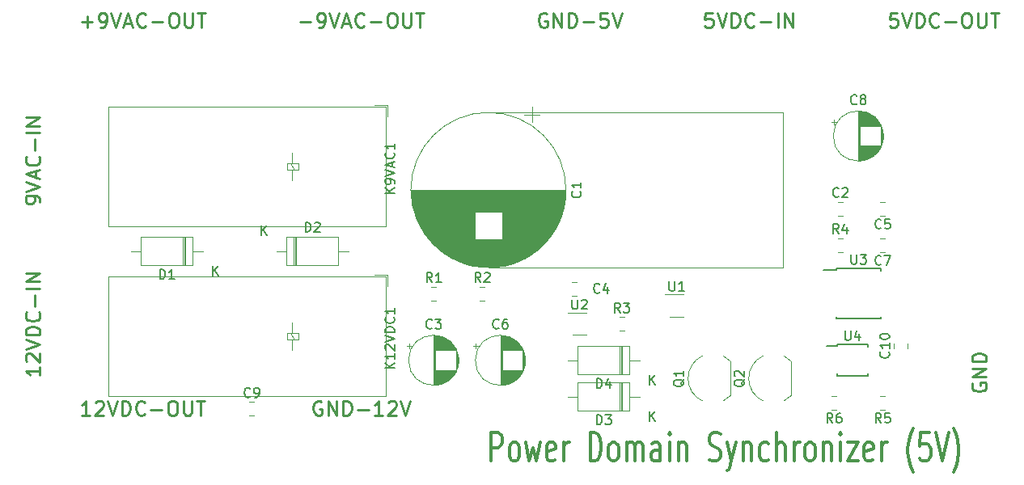
<source format=gbr>
G04 #@! TF.GenerationSoftware,KiCad,Pcbnew,(5.1.5)-3*
G04 #@! TF.CreationDate,2020-09-28T21:35:28-04:00*
G04 #@! TF.ProjectId,PowerSync,506f7765-7253-4796-9e63-2e6b69636164,rev?*
G04 #@! TF.SameCoordinates,Original*
G04 #@! TF.FileFunction,Legend,Top*
G04 #@! TF.FilePolarity,Positive*
%FSLAX46Y46*%
G04 Gerber Fmt 4.6, Leading zero omitted, Abs format (unit mm)*
G04 Created by KiCad (PCBNEW (5.1.5)-3) date 2020-09-28 21:35:28*
%MOMM*%
%LPD*%
G04 APERTURE LIST*
%ADD10C,0.300000*%
%ADD11C,0.120000*%
%ADD12C,0.150000*%
%ADD13C,0.250000*%
G04 APERTURE END LIST*
D10*
X124748809Y-106449642D02*
X124748809Y-103449642D01*
X125510714Y-103449642D01*
X125701190Y-103592500D01*
X125796428Y-103735357D01*
X125891666Y-104021071D01*
X125891666Y-104449642D01*
X125796428Y-104735357D01*
X125701190Y-104878214D01*
X125510714Y-105021071D01*
X124748809Y-105021071D01*
X127034523Y-106449642D02*
X126844047Y-106306785D01*
X126748809Y-106163928D01*
X126653571Y-105878214D01*
X126653571Y-105021071D01*
X126748809Y-104735357D01*
X126844047Y-104592500D01*
X127034523Y-104449642D01*
X127320238Y-104449642D01*
X127510714Y-104592500D01*
X127605952Y-104735357D01*
X127701190Y-105021071D01*
X127701190Y-105878214D01*
X127605952Y-106163928D01*
X127510714Y-106306785D01*
X127320238Y-106449642D01*
X127034523Y-106449642D01*
X128367857Y-104449642D02*
X128748809Y-106449642D01*
X129129761Y-105021071D01*
X129510714Y-106449642D01*
X129891666Y-104449642D01*
X131415476Y-106306785D02*
X131225000Y-106449642D01*
X130844047Y-106449642D01*
X130653571Y-106306785D01*
X130558333Y-106021071D01*
X130558333Y-104878214D01*
X130653571Y-104592500D01*
X130844047Y-104449642D01*
X131225000Y-104449642D01*
X131415476Y-104592500D01*
X131510714Y-104878214D01*
X131510714Y-105163928D01*
X130558333Y-105449642D01*
X132367857Y-106449642D02*
X132367857Y-104449642D01*
X132367857Y-105021071D02*
X132463095Y-104735357D01*
X132558333Y-104592500D01*
X132748809Y-104449642D01*
X132939285Y-104449642D01*
X135129761Y-106449642D02*
X135129761Y-103449642D01*
X135605952Y-103449642D01*
X135891666Y-103592500D01*
X136082142Y-103878214D01*
X136177380Y-104163928D01*
X136272619Y-104735357D01*
X136272619Y-105163928D01*
X136177380Y-105735357D01*
X136082142Y-106021071D01*
X135891666Y-106306785D01*
X135605952Y-106449642D01*
X135129761Y-106449642D01*
X137415476Y-106449642D02*
X137225000Y-106306785D01*
X137129761Y-106163928D01*
X137034523Y-105878214D01*
X137034523Y-105021071D01*
X137129761Y-104735357D01*
X137225000Y-104592500D01*
X137415476Y-104449642D01*
X137701190Y-104449642D01*
X137891666Y-104592500D01*
X137986904Y-104735357D01*
X138082142Y-105021071D01*
X138082142Y-105878214D01*
X137986904Y-106163928D01*
X137891666Y-106306785D01*
X137701190Y-106449642D01*
X137415476Y-106449642D01*
X138939285Y-106449642D02*
X138939285Y-104449642D01*
X138939285Y-104735357D02*
X139034523Y-104592500D01*
X139225000Y-104449642D01*
X139510714Y-104449642D01*
X139701190Y-104592500D01*
X139796428Y-104878214D01*
X139796428Y-106449642D01*
X139796428Y-104878214D02*
X139891666Y-104592500D01*
X140082142Y-104449642D01*
X140367857Y-104449642D01*
X140558333Y-104592500D01*
X140653571Y-104878214D01*
X140653571Y-106449642D01*
X142463095Y-106449642D02*
X142463095Y-104878214D01*
X142367857Y-104592500D01*
X142177380Y-104449642D01*
X141796428Y-104449642D01*
X141605952Y-104592500D01*
X142463095Y-106306785D02*
X142272619Y-106449642D01*
X141796428Y-106449642D01*
X141605952Y-106306785D01*
X141510714Y-106021071D01*
X141510714Y-105735357D01*
X141605952Y-105449642D01*
X141796428Y-105306785D01*
X142272619Y-105306785D01*
X142463095Y-105163928D01*
X143415476Y-106449642D02*
X143415476Y-104449642D01*
X143415476Y-103449642D02*
X143320238Y-103592500D01*
X143415476Y-103735357D01*
X143510714Y-103592500D01*
X143415476Y-103449642D01*
X143415476Y-103735357D01*
X144367857Y-104449642D02*
X144367857Y-106449642D01*
X144367857Y-104735357D02*
X144463095Y-104592500D01*
X144653571Y-104449642D01*
X144939285Y-104449642D01*
X145129761Y-104592500D01*
X145225000Y-104878214D01*
X145225000Y-106449642D01*
X147605952Y-106306785D02*
X147891666Y-106449642D01*
X148367857Y-106449642D01*
X148558333Y-106306785D01*
X148653571Y-106163928D01*
X148748809Y-105878214D01*
X148748809Y-105592500D01*
X148653571Y-105306785D01*
X148558333Y-105163928D01*
X148367857Y-105021071D01*
X147986904Y-104878214D01*
X147796428Y-104735357D01*
X147701190Y-104592500D01*
X147605952Y-104306785D01*
X147605952Y-104021071D01*
X147701190Y-103735357D01*
X147796428Y-103592500D01*
X147986904Y-103449642D01*
X148463095Y-103449642D01*
X148748809Y-103592500D01*
X149415476Y-104449642D02*
X149891666Y-106449642D01*
X150367857Y-104449642D02*
X149891666Y-106449642D01*
X149701190Y-107163928D01*
X149605952Y-107306785D01*
X149415476Y-107449642D01*
X151129761Y-104449642D02*
X151129761Y-106449642D01*
X151129761Y-104735357D02*
X151225000Y-104592500D01*
X151415476Y-104449642D01*
X151701190Y-104449642D01*
X151891666Y-104592500D01*
X151986904Y-104878214D01*
X151986904Y-106449642D01*
X153796428Y-106306785D02*
X153605952Y-106449642D01*
X153225000Y-106449642D01*
X153034523Y-106306785D01*
X152939285Y-106163928D01*
X152844047Y-105878214D01*
X152844047Y-105021071D01*
X152939285Y-104735357D01*
X153034523Y-104592500D01*
X153225000Y-104449642D01*
X153605952Y-104449642D01*
X153796428Y-104592500D01*
X154653571Y-106449642D02*
X154653571Y-103449642D01*
X155510714Y-106449642D02*
X155510714Y-104878214D01*
X155415476Y-104592500D01*
X155225000Y-104449642D01*
X154939285Y-104449642D01*
X154748809Y-104592500D01*
X154653571Y-104735357D01*
X156463095Y-106449642D02*
X156463095Y-104449642D01*
X156463095Y-105021071D02*
X156558333Y-104735357D01*
X156653571Y-104592500D01*
X156844047Y-104449642D01*
X157034523Y-104449642D01*
X157986904Y-106449642D02*
X157796428Y-106306785D01*
X157701190Y-106163928D01*
X157605952Y-105878214D01*
X157605952Y-105021071D01*
X157701190Y-104735357D01*
X157796428Y-104592500D01*
X157986904Y-104449642D01*
X158272619Y-104449642D01*
X158463095Y-104592500D01*
X158558333Y-104735357D01*
X158653571Y-105021071D01*
X158653571Y-105878214D01*
X158558333Y-106163928D01*
X158463095Y-106306785D01*
X158272619Y-106449642D01*
X157986904Y-106449642D01*
X159510714Y-104449642D02*
X159510714Y-106449642D01*
X159510714Y-104735357D02*
X159605952Y-104592500D01*
X159796428Y-104449642D01*
X160082142Y-104449642D01*
X160272619Y-104592500D01*
X160367857Y-104878214D01*
X160367857Y-106449642D01*
X161320238Y-106449642D02*
X161320238Y-104449642D01*
X161320238Y-103449642D02*
X161225000Y-103592500D01*
X161320238Y-103735357D01*
X161415476Y-103592500D01*
X161320238Y-103449642D01*
X161320238Y-103735357D01*
X162082142Y-104449642D02*
X163129761Y-104449642D01*
X162082142Y-106449642D01*
X163129761Y-106449642D01*
X164653571Y-106306785D02*
X164463095Y-106449642D01*
X164082142Y-106449642D01*
X163891666Y-106306785D01*
X163796428Y-106021071D01*
X163796428Y-104878214D01*
X163891666Y-104592500D01*
X164082142Y-104449642D01*
X164463095Y-104449642D01*
X164653571Y-104592500D01*
X164748809Y-104878214D01*
X164748809Y-105163928D01*
X163796428Y-105449642D01*
X165605952Y-106449642D02*
X165605952Y-104449642D01*
X165605952Y-105021071D02*
X165701190Y-104735357D01*
X165796428Y-104592500D01*
X165986904Y-104449642D01*
X166177380Y-104449642D01*
X168939285Y-107592500D02*
X168844047Y-107449642D01*
X168653571Y-107021071D01*
X168558333Y-106735357D01*
X168463095Y-106306785D01*
X168367857Y-105592500D01*
X168367857Y-105021071D01*
X168463095Y-104306785D01*
X168558333Y-103878214D01*
X168653571Y-103592500D01*
X168844047Y-103163928D01*
X168939285Y-103021071D01*
X170653571Y-103449642D02*
X169701190Y-103449642D01*
X169605952Y-104878214D01*
X169701190Y-104735357D01*
X169891666Y-104592500D01*
X170367857Y-104592500D01*
X170558333Y-104735357D01*
X170653571Y-104878214D01*
X170748809Y-105163928D01*
X170748809Y-105878214D01*
X170653571Y-106163928D01*
X170558333Y-106306785D01*
X170367857Y-106449642D01*
X169891666Y-106449642D01*
X169701190Y-106306785D01*
X169605952Y-106163928D01*
X171320238Y-103449642D02*
X171986904Y-106449642D01*
X172653571Y-103449642D01*
X173129761Y-107592500D02*
X173225000Y-107449642D01*
X173415476Y-107021071D01*
X173510714Y-106735357D01*
X173605952Y-106306785D01*
X173701190Y-105592500D01*
X173701190Y-105021071D01*
X173605952Y-104306785D01*
X173510714Y-103878214D01*
X173415476Y-103592500D01*
X173225000Y-103163928D01*
X173129761Y-103021071D01*
D11*
X149460000Y-86169500D02*
X155321000Y-86169500D01*
X149460000Y-69913500D02*
X155321000Y-69913500D01*
X155321000Y-69913500D02*
X155321000Y-86169500D01*
X124460000Y-86169500D02*
X149460000Y-86169500D01*
X124460000Y-69913500D02*
X149460000Y-69913500D01*
X132580000Y-78045000D02*
G75*
G03X132580000Y-78045000I-8120000J0D01*
G01*
X132541000Y-78045000D02*
X116379000Y-78045000D01*
X132540000Y-78085000D02*
X116380000Y-78085000D01*
X132540000Y-78125000D02*
X116380000Y-78125000D01*
X132540000Y-78165000D02*
X116380000Y-78165000D01*
X132539000Y-78205000D02*
X116381000Y-78205000D01*
X132538000Y-78245000D02*
X116382000Y-78245000D01*
X132537000Y-78285000D02*
X116383000Y-78285000D01*
X132536000Y-78325000D02*
X116384000Y-78325000D01*
X132534000Y-78365000D02*
X116386000Y-78365000D01*
X132533000Y-78405000D02*
X116387000Y-78405000D01*
X132531000Y-78445000D02*
X116389000Y-78445000D01*
X132529000Y-78485000D02*
X116391000Y-78485000D01*
X132526000Y-78525000D02*
X116394000Y-78525000D01*
X132524000Y-78565000D02*
X116396000Y-78565000D01*
X132521000Y-78605000D02*
X116399000Y-78605000D01*
X132518000Y-78645000D02*
X116402000Y-78645000D01*
X132515000Y-78685000D02*
X116405000Y-78685000D01*
X132512000Y-78725000D02*
X116408000Y-78725000D01*
X132509000Y-78766000D02*
X116411000Y-78766000D01*
X132505000Y-78806000D02*
X116415000Y-78806000D01*
X132501000Y-78846000D02*
X116419000Y-78846000D01*
X132497000Y-78886000D02*
X116423000Y-78886000D01*
X132493000Y-78926000D02*
X116427000Y-78926000D01*
X132488000Y-78966000D02*
X116432000Y-78966000D01*
X132484000Y-79006000D02*
X116436000Y-79006000D01*
X132479000Y-79046000D02*
X116441000Y-79046000D01*
X132474000Y-79086000D02*
X116446000Y-79086000D01*
X132468000Y-79126000D02*
X116452000Y-79126000D01*
X132463000Y-79166000D02*
X116457000Y-79166000D01*
X132457000Y-79206000D02*
X116463000Y-79206000D01*
X132451000Y-79246000D02*
X116469000Y-79246000D01*
X132445000Y-79286000D02*
X116475000Y-79286000D01*
X132439000Y-79326000D02*
X116481000Y-79326000D01*
X132432000Y-79366000D02*
X116488000Y-79366000D01*
X132426000Y-79406000D02*
X116494000Y-79406000D01*
X132419000Y-79446000D02*
X116501000Y-79446000D01*
X132412000Y-79486000D02*
X116508000Y-79486000D01*
X132404000Y-79526000D02*
X116516000Y-79526000D01*
X132397000Y-79566000D02*
X116523000Y-79566000D01*
X132389000Y-79606000D02*
X116531000Y-79606000D01*
X132381000Y-79646000D02*
X116539000Y-79646000D01*
X132373000Y-79686000D02*
X116547000Y-79686000D01*
X132365000Y-79726000D02*
X116555000Y-79726000D01*
X132356000Y-79766000D02*
X116564000Y-79766000D01*
X132347000Y-79806000D02*
X116573000Y-79806000D01*
X132338000Y-79846000D02*
X116582000Y-79846000D01*
X132329000Y-79886000D02*
X116591000Y-79886000D01*
X132320000Y-79926000D02*
X116600000Y-79926000D01*
X132310000Y-79966000D02*
X116610000Y-79966000D01*
X132300000Y-80006000D02*
X116620000Y-80006000D01*
X132290000Y-80046000D02*
X116630000Y-80046000D01*
X132280000Y-80086000D02*
X116640000Y-80086000D01*
X132270000Y-80126000D02*
X116650000Y-80126000D01*
X132259000Y-80166000D02*
X116661000Y-80166000D01*
X132248000Y-80206000D02*
X116672000Y-80206000D01*
X132237000Y-80246000D02*
X116683000Y-80246000D01*
X132225000Y-80286000D02*
X116695000Y-80286000D01*
X132214000Y-80326000D02*
X116706000Y-80326000D01*
X132202000Y-80366000D02*
X125900000Y-80366000D01*
X123020000Y-80366000D02*
X116718000Y-80366000D01*
X132190000Y-80406000D02*
X125900000Y-80406000D01*
X123020000Y-80406000D02*
X116730000Y-80406000D01*
X132178000Y-80446000D02*
X125900000Y-80446000D01*
X123020000Y-80446000D02*
X116742000Y-80446000D01*
X132165000Y-80486000D02*
X125900000Y-80486000D01*
X123020000Y-80486000D02*
X116755000Y-80486000D01*
X132153000Y-80526000D02*
X125900000Y-80526000D01*
X123020000Y-80526000D02*
X116767000Y-80526000D01*
X132140000Y-80566000D02*
X125900000Y-80566000D01*
X123020000Y-80566000D02*
X116780000Y-80566000D01*
X132126000Y-80606000D02*
X125900000Y-80606000D01*
X123020000Y-80606000D02*
X116794000Y-80606000D01*
X132113000Y-80646000D02*
X125900000Y-80646000D01*
X123020000Y-80646000D02*
X116807000Y-80646000D01*
X132099000Y-80686000D02*
X125900000Y-80686000D01*
X123020000Y-80686000D02*
X116821000Y-80686000D01*
X132085000Y-80726000D02*
X125900000Y-80726000D01*
X123020000Y-80726000D02*
X116835000Y-80726000D01*
X132071000Y-80766000D02*
X125900000Y-80766000D01*
X123020000Y-80766000D02*
X116849000Y-80766000D01*
X132057000Y-80806000D02*
X125900000Y-80806000D01*
X123020000Y-80806000D02*
X116863000Y-80806000D01*
X132042000Y-80846000D02*
X125900000Y-80846000D01*
X123020000Y-80846000D02*
X116878000Y-80846000D01*
X132028000Y-80886000D02*
X125900000Y-80886000D01*
X123020000Y-80886000D02*
X116892000Y-80886000D01*
X132013000Y-80926000D02*
X125900000Y-80926000D01*
X123020000Y-80926000D02*
X116907000Y-80926000D01*
X131997000Y-80966000D02*
X125900000Y-80966000D01*
X123020000Y-80966000D02*
X116923000Y-80966000D01*
X131982000Y-81006000D02*
X125900000Y-81006000D01*
X123020000Y-81006000D02*
X116938000Y-81006000D01*
X131966000Y-81046000D02*
X125900000Y-81046000D01*
X123020000Y-81046000D02*
X116954000Y-81046000D01*
X131950000Y-81086000D02*
X125900000Y-81086000D01*
X123020000Y-81086000D02*
X116970000Y-81086000D01*
X131934000Y-81126000D02*
X125900000Y-81126000D01*
X123020000Y-81126000D02*
X116986000Y-81126000D01*
X131917000Y-81166000D02*
X125900000Y-81166000D01*
X123020000Y-81166000D02*
X117003000Y-81166000D01*
X131900000Y-81206000D02*
X125900000Y-81206000D01*
X123020000Y-81206000D02*
X117020000Y-81206000D01*
X131883000Y-81246000D02*
X125900000Y-81246000D01*
X123020000Y-81246000D02*
X117037000Y-81246000D01*
X131866000Y-81286000D02*
X125900000Y-81286000D01*
X123020000Y-81286000D02*
X117054000Y-81286000D01*
X131849000Y-81326000D02*
X125900000Y-81326000D01*
X123020000Y-81326000D02*
X117071000Y-81326000D01*
X131831000Y-81366000D02*
X125900000Y-81366000D01*
X123020000Y-81366000D02*
X117089000Y-81366000D01*
X131813000Y-81406000D02*
X125900000Y-81406000D01*
X123020000Y-81406000D02*
X117107000Y-81406000D01*
X131794000Y-81446000D02*
X125900000Y-81446000D01*
X123020000Y-81446000D02*
X117126000Y-81446000D01*
X131776000Y-81486000D02*
X125900000Y-81486000D01*
X123020000Y-81486000D02*
X117144000Y-81486000D01*
X131757000Y-81526000D02*
X125900000Y-81526000D01*
X123020000Y-81526000D02*
X117163000Y-81526000D01*
X131738000Y-81566000D02*
X125900000Y-81566000D01*
X123020000Y-81566000D02*
X117182000Y-81566000D01*
X131718000Y-81606000D02*
X125900000Y-81606000D01*
X123020000Y-81606000D02*
X117202000Y-81606000D01*
X131699000Y-81646000D02*
X125900000Y-81646000D01*
X123020000Y-81646000D02*
X117221000Y-81646000D01*
X131679000Y-81686000D02*
X125900000Y-81686000D01*
X123020000Y-81686000D02*
X117241000Y-81686000D01*
X131659000Y-81726000D02*
X125900000Y-81726000D01*
X123020000Y-81726000D02*
X117261000Y-81726000D01*
X131638000Y-81766000D02*
X125900000Y-81766000D01*
X123020000Y-81766000D02*
X117282000Y-81766000D01*
X131617000Y-81806000D02*
X125900000Y-81806000D01*
X123020000Y-81806000D02*
X117303000Y-81806000D01*
X131596000Y-81846000D02*
X125900000Y-81846000D01*
X123020000Y-81846000D02*
X117324000Y-81846000D01*
X131575000Y-81886000D02*
X125900000Y-81886000D01*
X123020000Y-81886000D02*
X117345000Y-81886000D01*
X131554000Y-81926000D02*
X125900000Y-81926000D01*
X123020000Y-81926000D02*
X117366000Y-81926000D01*
X131532000Y-81966000D02*
X125900000Y-81966000D01*
X123020000Y-81966000D02*
X117388000Y-81966000D01*
X131509000Y-82006000D02*
X125900000Y-82006000D01*
X123020000Y-82006000D02*
X117411000Y-82006000D01*
X131487000Y-82046000D02*
X125900000Y-82046000D01*
X123020000Y-82046000D02*
X117433000Y-82046000D01*
X131464000Y-82086000D02*
X125900000Y-82086000D01*
X123020000Y-82086000D02*
X117456000Y-82086000D01*
X131441000Y-82126000D02*
X125900000Y-82126000D01*
X123020000Y-82126000D02*
X117479000Y-82126000D01*
X131418000Y-82166000D02*
X125900000Y-82166000D01*
X123020000Y-82166000D02*
X117502000Y-82166000D01*
X131394000Y-82206000D02*
X125900000Y-82206000D01*
X123020000Y-82206000D02*
X117526000Y-82206000D01*
X131370000Y-82246000D02*
X125900000Y-82246000D01*
X123020000Y-82246000D02*
X117550000Y-82246000D01*
X131346000Y-82286000D02*
X125900000Y-82286000D01*
X123020000Y-82286000D02*
X117574000Y-82286000D01*
X131321000Y-82326000D02*
X125900000Y-82326000D01*
X123020000Y-82326000D02*
X117599000Y-82326000D01*
X131296000Y-82366000D02*
X125900000Y-82366000D01*
X123020000Y-82366000D02*
X117624000Y-82366000D01*
X131271000Y-82406000D02*
X125900000Y-82406000D01*
X123020000Y-82406000D02*
X117649000Y-82406000D01*
X131245000Y-82446000D02*
X125900000Y-82446000D01*
X123020000Y-82446000D02*
X117675000Y-82446000D01*
X131219000Y-82486000D02*
X125900000Y-82486000D01*
X123020000Y-82486000D02*
X117701000Y-82486000D01*
X131193000Y-82526000D02*
X125900000Y-82526000D01*
X123020000Y-82526000D02*
X117727000Y-82526000D01*
X131166000Y-82566000D02*
X125900000Y-82566000D01*
X123020000Y-82566000D02*
X117754000Y-82566000D01*
X131139000Y-82606000D02*
X125900000Y-82606000D01*
X123020000Y-82606000D02*
X117781000Y-82606000D01*
X131112000Y-82646000D02*
X125900000Y-82646000D01*
X123020000Y-82646000D02*
X117808000Y-82646000D01*
X131084000Y-82686000D02*
X125900000Y-82686000D01*
X123020000Y-82686000D02*
X117836000Y-82686000D01*
X131056000Y-82726000D02*
X125900000Y-82726000D01*
X123020000Y-82726000D02*
X117864000Y-82726000D01*
X131028000Y-82766000D02*
X125900000Y-82766000D01*
X123020000Y-82766000D02*
X117892000Y-82766000D01*
X130999000Y-82806000D02*
X125900000Y-82806000D01*
X123020000Y-82806000D02*
X117921000Y-82806000D01*
X130970000Y-82846000D02*
X125900000Y-82846000D01*
X123020000Y-82846000D02*
X117950000Y-82846000D01*
X130940000Y-82886000D02*
X125900000Y-82886000D01*
X123020000Y-82886000D02*
X117980000Y-82886000D01*
X130910000Y-82926000D02*
X125900000Y-82926000D01*
X123020000Y-82926000D02*
X118010000Y-82926000D01*
X130880000Y-82966000D02*
X125900000Y-82966000D01*
X123020000Y-82966000D02*
X118040000Y-82966000D01*
X130850000Y-83006000D02*
X125900000Y-83006000D01*
X123020000Y-83006000D02*
X118070000Y-83006000D01*
X130818000Y-83046000D02*
X125900000Y-83046000D01*
X123020000Y-83046000D02*
X118102000Y-83046000D01*
X130787000Y-83086000D02*
X125900000Y-83086000D01*
X123020000Y-83086000D02*
X118133000Y-83086000D01*
X130755000Y-83126000D02*
X125900000Y-83126000D01*
X123020000Y-83126000D02*
X118165000Y-83126000D01*
X130723000Y-83166000D02*
X125900000Y-83166000D01*
X123020000Y-83166000D02*
X118197000Y-83166000D01*
X130690000Y-83206000D02*
X125900000Y-83206000D01*
X123020000Y-83206000D02*
X118230000Y-83206000D01*
X130657000Y-83246000D02*
X118263000Y-83246000D01*
X130623000Y-83286000D02*
X118297000Y-83286000D01*
X130589000Y-83326000D02*
X118331000Y-83326000D01*
X130555000Y-83366000D02*
X118365000Y-83366000D01*
X130520000Y-83406000D02*
X118400000Y-83406000D01*
X130485000Y-83446000D02*
X118435000Y-83446000D01*
X130449000Y-83486000D02*
X118471000Y-83486000D01*
X130412000Y-83526000D02*
X118508000Y-83526000D01*
X130376000Y-83566000D02*
X118544000Y-83566000D01*
X130338000Y-83606000D02*
X118582000Y-83606000D01*
X130300000Y-83646000D02*
X118620000Y-83646000D01*
X130262000Y-83686000D02*
X118658000Y-83686000D01*
X130223000Y-83726000D02*
X118697000Y-83726000D01*
X130184000Y-83766000D02*
X118736000Y-83766000D01*
X130144000Y-83806000D02*
X118776000Y-83806000D01*
X130103000Y-83846000D02*
X118817000Y-83846000D01*
X130062000Y-83886000D02*
X118858000Y-83886000D01*
X130020000Y-83926000D02*
X118900000Y-83926000D01*
X129978000Y-83966000D02*
X118942000Y-83966000D01*
X129935000Y-84006000D02*
X118985000Y-84006000D01*
X129892000Y-84046000D02*
X119028000Y-84046000D01*
X129848000Y-84086000D02*
X119072000Y-84086000D01*
X129803000Y-84126000D02*
X119117000Y-84126000D01*
X129757000Y-84166000D02*
X119163000Y-84166000D01*
X129711000Y-84206000D02*
X119209000Y-84206000D01*
X129664000Y-84246000D02*
X119256000Y-84246000D01*
X129616000Y-84286000D02*
X119304000Y-84286000D01*
X129568000Y-84326000D02*
X119352000Y-84326000D01*
X129519000Y-84366000D02*
X119401000Y-84366000D01*
X129469000Y-84406000D02*
X119451000Y-84406000D01*
X129418000Y-84446000D02*
X119502000Y-84446000D01*
X129366000Y-84486000D02*
X119554000Y-84486000D01*
X129314000Y-84526000D02*
X119606000Y-84526000D01*
X129260000Y-84566000D02*
X119660000Y-84566000D01*
X129206000Y-84606000D02*
X119714000Y-84606000D01*
X129151000Y-84646000D02*
X119769000Y-84646000D01*
X129094000Y-84686000D02*
X119826000Y-84686000D01*
X129037000Y-84726000D02*
X119883000Y-84726000D01*
X128979000Y-84766000D02*
X119941000Y-84766000D01*
X128919000Y-84806000D02*
X120001000Y-84806000D01*
X128858000Y-84846000D02*
X120062000Y-84846000D01*
X128796000Y-84886000D02*
X120124000Y-84886000D01*
X128733000Y-84926000D02*
X120187000Y-84926000D01*
X128669000Y-84966000D02*
X120251000Y-84966000D01*
X128603000Y-85006000D02*
X120317000Y-85006000D01*
X128536000Y-85046000D02*
X120384000Y-85046000D01*
X128467000Y-85086000D02*
X120453000Y-85086000D01*
X128396000Y-85126000D02*
X120524000Y-85126000D01*
X128324000Y-85166000D02*
X120596000Y-85166000D01*
X128250000Y-85206000D02*
X120670000Y-85206000D01*
X128175000Y-85246000D02*
X120745000Y-85246000D01*
X128097000Y-85286000D02*
X120823000Y-85286000D01*
X128017000Y-85326000D02*
X120903000Y-85326000D01*
X127935000Y-85366000D02*
X120985000Y-85366000D01*
X127850000Y-85406000D02*
X121070000Y-85406000D01*
X127763000Y-85446000D02*
X121157000Y-85446000D01*
X127673000Y-85486000D02*
X121247000Y-85486000D01*
X127580000Y-85526000D02*
X121340000Y-85526000D01*
X127484000Y-85566000D02*
X121436000Y-85566000D01*
X127384000Y-85606000D02*
X121536000Y-85606000D01*
X127280000Y-85646000D02*
X121640000Y-85646000D01*
X127171000Y-85686000D02*
X121749000Y-85686000D01*
X127057000Y-85726000D02*
X121863000Y-85726000D01*
X126938000Y-85766000D02*
X121982000Y-85766000D01*
X126811000Y-85806000D02*
X122109000Y-85806000D01*
X126678000Y-85846000D02*
X122242000Y-85846000D01*
X126534000Y-85886000D02*
X122386000Y-85886000D01*
X126380000Y-85926000D02*
X122540000Y-85926000D01*
X126212000Y-85966000D02*
X122708000Y-85966000D01*
X126024000Y-86006000D02*
X122896000Y-86006000D01*
X125811000Y-86046000D02*
X123109000Y-86046000D01*
X125558000Y-86086000D02*
X123362000Y-86086000D01*
X125225000Y-86126000D02*
X123695000Y-86126000D01*
X129015000Y-69355509D02*
X129015000Y-70955509D01*
X129815000Y-70155509D02*
X128215000Y-70155509D01*
X161028748Y-80720000D02*
X161551252Y-80720000D01*
X161028748Y-79300000D02*
X161551252Y-79300000D01*
X121345000Y-95885000D02*
G75*
G03X121345000Y-95885000I-2620000J0D01*
G01*
X118725000Y-93305000D02*
X118725000Y-98465000D01*
X118765000Y-93305000D02*
X118765000Y-98465000D01*
X118805000Y-93306000D02*
X118805000Y-98464000D01*
X118845000Y-93307000D02*
X118845000Y-98463000D01*
X118885000Y-93309000D02*
X118885000Y-98461000D01*
X118925000Y-93312000D02*
X118925000Y-98458000D01*
X118965000Y-93316000D02*
X118965000Y-94845000D01*
X118965000Y-96925000D02*
X118965000Y-98454000D01*
X119005000Y-93320000D02*
X119005000Y-94845000D01*
X119005000Y-96925000D02*
X119005000Y-98450000D01*
X119045000Y-93324000D02*
X119045000Y-94845000D01*
X119045000Y-96925000D02*
X119045000Y-98446000D01*
X119085000Y-93329000D02*
X119085000Y-94845000D01*
X119085000Y-96925000D02*
X119085000Y-98441000D01*
X119125000Y-93335000D02*
X119125000Y-94845000D01*
X119125000Y-96925000D02*
X119125000Y-98435000D01*
X119165000Y-93342000D02*
X119165000Y-94845000D01*
X119165000Y-96925000D02*
X119165000Y-98428000D01*
X119205000Y-93349000D02*
X119205000Y-94845000D01*
X119205000Y-96925000D02*
X119205000Y-98421000D01*
X119245000Y-93357000D02*
X119245000Y-94845000D01*
X119245000Y-96925000D02*
X119245000Y-98413000D01*
X119285000Y-93365000D02*
X119285000Y-94845000D01*
X119285000Y-96925000D02*
X119285000Y-98405000D01*
X119325000Y-93374000D02*
X119325000Y-94845000D01*
X119325000Y-96925000D02*
X119325000Y-98396000D01*
X119365000Y-93384000D02*
X119365000Y-94845000D01*
X119365000Y-96925000D02*
X119365000Y-98386000D01*
X119405000Y-93394000D02*
X119405000Y-94845000D01*
X119405000Y-96925000D02*
X119405000Y-98376000D01*
X119446000Y-93405000D02*
X119446000Y-94845000D01*
X119446000Y-96925000D02*
X119446000Y-98365000D01*
X119486000Y-93417000D02*
X119486000Y-94845000D01*
X119486000Y-96925000D02*
X119486000Y-98353000D01*
X119526000Y-93430000D02*
X119526000Y-94845000D01*
X119526000Y-96925000D02*
X119526000Y-98340000D01*
X119566000Y-93443000D02*
X119566000Y-94845000D01*
X119566000Y-96925000D02*
X119566000Y-98327000D01*
X119606000Y-93457000D02*
X119606000Y-94845000D01*
X119606000Y-96925000D02*
X119606000Y-98313000D01*
X119646000Y-93471000D02*
X119646000Y-94845000D01*
X119646000Y-96925000D02*
X119646000Y-98299000D01*
X119686000Y-93487000D02*
X119686000Y-94845000D01*
X119686000Y-96925000D02*
X119686000Y-98283000D01*
X119726000Y-93503000D02*
X119726000Y-94845000D01*
X119726000Y-96925000D02*
X119726000Y-98267000D01*
X119766000Y-93520000D02*
X119766000Y-94845000D01*
X119766000Y-96925000D02*
X119766000Y-98250000D01*
X119806000Y-93537000D02*
X119806000Y-94845000D01*
X119806000Y-96925000D02*
X119806000Y-98233000D01*
X119846000Y-93556000D02*
X119846000Y-94845000D01*
X119846000Y-96925000D02*
X119846000Y-98214000D01*
X119886000Y-93575000D02*
X119886000Y-94845000D01*
X119886000Y-96925000D02*
X119886000Y-98195000D01*
X119926000Y-93595000D02*
X119926000Y-94845000D01*
X119926000Y-96925000D02*
X119926000Y-98175000D01*
X119966000Y-93617000D02*
X119966000Y-94845000D01*
X119966000Y-96925000D02*
X119966000Y-98153000D01*
X120006000Y-93638000D02*
X120006000Y-94845000D01*
X120006000Y-96925000D02*
X120006000Y-98132000D01*
X120046000Y-93661000D02*
X120046000Y-94845000D01*
X120046000Y-96925000D02*
X120046000Y-98109000D01*
X120086000Y-93685000D02*
X120086000Y-94845000D01*
X120086000Y-96925000D02*
X120086000Y-98085000D01*
X120126000Y-93710000D02*
X120126000Y-94845000D01*
X120126000Y-96925000D02*
X120126000Y-98060000D01*
X120166000Y-93736000D02*
X120166000Y-94845000D01*
X120166000Y-96925000D02*
X120166000Y-98034000D01*
X120206000Y-93763000D02*
X120206000Y-94845000D01*
X120206000Y-96925000D02*
X120206000Y-98007000D01*
X120246000Y-93790000D02*
X120246000Y-94845000D01*
X120246000Y-96925000D02*
X120246000Y-97980000D01*
X120286000Y-93820000D02*
X120286000Y-94845000D01*
X120286000Y-96925000D02*
X120286000Y-97950000D01*
X120326000Y-93850000D02*
X120326000Y-94845000D01*
X120326000Y-96925000D02*
X120326000Y-97920000D01*
X120366000Y-93881000D02*
X120366000Y-94845000D01*
X120366000Y-96925000D02*
X120366000Y-97889000D01*
X120406000Y-93914000D02*
X120406000Y-94845000D01*
X120406000Y-96925000D02*
X120406000Y-97856000D01*
X120446000Y-93948000D02*
X120446000Y-94845000D01*
X120446000Y-96925000D02*
X120446000Y-97822000D01*
X120486000Y-93984000D02*
X120486000Y-94845000D01*
X120486000Y-96925000D02*
X120486000Y-97786000D01*
X120526000Y-94021000D02*
X120526000Y-94845000D01*
X120526000Y-96925000D02*
X120526000Y-97749000D01*
X120566000Y-94059000D02*
X120566000Y-94845000D01*
X120566000Y-96925000D02*
X120566000Y-97711000D01*
X120606000Y-94100000D02*
X120606000Y-94845000D01*
X120606000Y-96925000D02*
X120606000Y-97670000D01*
X120646000Y-94142000D02*
X120646000Y-94845000D01*
X120646000Y-96925000D02*
X120646000Y-97628000D01*
X120686000Y-94186000D02*
X120686000Y-94845000D01*
X120686000Y-96925000D02*
X120686000Y-97584000D01*
X120726000Y-94232000D02*
X120726000Y-94845000D01*
X120726000Y-96925000D02*
X120726000Y-97538000D01*
X120766000Y-94280000D02*
X120766000Y-94845000D01*
X120766000Y-96925000D02*
X120766000Y-97490000D01*
X120806000Y-94331000D02*
X120806000Y-94845000D01*
X120806000Y-96925000D02*
X120806000Y-97439000D01*
X120846000Y-94385000D02*
X120846000Y-94845000D01*
X120846000Y-96925000D02*
X120846000Y-97385000D01*
X120886000Y-94442000D02*
X120886000Y-94845000D01*
X120886000Y-96925000D02*
X120886000Y-97328000D01*
X120926000Y-94502000D02*
X120926000Y-94845000D01*
X120926000Y-96925000D02*
X120926000Y-97268000D01*
X120966000Y-94566000D02*
X120966000Y-94845000D01*
X120966000Y-96925000D02*
X120966000Y-97204000D01*
X121006000Y-94634000D02*
X121006000Y-94845000D01*
X121006000Y-96925000D02*
X121006000Y-97136000D01*
X121046000Y-94707000D02*
X121046000Y-97063000D01*
X121086000Y-94787000D02*
X121086000Y-96983000D01*
X121126000Y-94874000D02*
X121126000Y-96896000D01*
X121166000Y-94970000D02*
X121166000Y-96800000D01*
X121206000Y-95080000D02*
X121206000Y-96690000D01*
X121246000Y-95208000D02*
X121246000Y-96562000D01*
X121286000Y-95367000D02*
X121286000Y-96403000D01*
X121326000Y-95601000D02*
X121326000Y-96169000D01*
X115920225Y-94410000D02*
X116420225Y-94410000D01*
X116170225Y-94160000D02*
X116170225Y-94660000D01*
X133738252Y-87682000D02*
X133215748Y-87682000D01*
X133738252Y-89102000D02*
X133215748Y-89102000D01*
X165996252Y-80720000D02*
X165473748Y-80720000D01*
X165996252Y-79300000D02*
X165473748Y-79300000D01*
X123155225Y-94160000D02*
X123155225Y-94660000D01*
X122905225Y-94410000D02*
X123405225Y-94410000D01*
X128311000Y-95601000D02*
X128311000Y-96169000D01*
X128271000Y-95367000D02*
X128271000Y-96403000D01*
X128231000Y-95208000D02*
X128231000Y-96562000D01*
X128191000Y-95080000D02*
X128191000Y-96690000D01*
X128151000Y-94970000D02*
X128151000Y-96800000D01*
X128111000Y-94874000D02*
X128111000Y-96896000D01*
X128071000Y-94787000D02*
X128071000Y-96983000D01*
X128031000Y-94707000D02*
X128031000Y-97063000D01*
X127991000Y-96925000D02*
X127991000Y-97136000D01*
X127991000Y-94634000D02*
X127991000Y-94845000D01*
X127951000Y-96925000D02*
X127951000Y-97204000D01*
X127951000Y-94566000D02*
X127951000Y-94845000D01*
X127911000Y-96925000D02*
X127911000Y-97268000D01*
X127911000Y-94502000D02*
X127911000Y-94845000D01*
X127871000Y-96925000D02*
X127871000Y-97328000D01*
X127871000Y-94442000D02*
X127871000Y-94845000D01*
X127831000Y-96925000D02*
X127831000Y-97385000D01*
X127831000Y-94385000D02*
X127831000Y-94845000D01*
X127791000Y-96925000D02*
X127791000Y-97439000D01*
X127791000Y-94331000D02*
X127791000Y-94845000D01*
X127751000Y-96925000D02*
X127751000Y-97490000D01*
X127751000Y-94280000D02*
X127751000Y-94845000D01*
X127711000Y-96925000D02*
X127711000Y-97538000D01*
X127711000Y-94232000D02*
X127711000Y-94845000D01*
X127671000Y-96925000D02*
X127671000Y-97584000D01*
X127671000Y-94186000D02*
X127671000Y-94845000D01*
X127631000Y-96925000D02*
X127631000Y-97628000D01*
X127631000Y-94142000D02*
X127631000Y-94845000D01*
X127591000Y-96925000D02*
X127591000Y-97670000D01*
X127591000Y-94100000D02*
X127591000Y-94845000D01*
X127551000Y-96925000D02*
X127551000Y-97711000D01*
X127551000Y-94059000D02*
X127551000Y-94845000D01*
X127511000Y-96925000D02*
X127511000Y-97749000D01*
X127511000Y-94021000D02*
X127511000Y-94845000D01*
X127471000Y-96925000D02*
X127471000Y-97786000D01*
X127471000Y-93984000D02*
X127471000Y-94845000D01*
X127431000Y-96925000D02*
X127431000Y-97822000D01*
X127431000Y-93948000D02*
X127431000Y-94845000D01*
X127391000Y-96925000D02*
X127391000Y-97856000D01*
X127391000Y-93914000D02*
X127391000Y-94845000D01*
X127351000Y-96925000D02*
X127351000Y-97889000D01*
X127351000Y-93881000D02*
X127351000Y-94845000D01*
X127311000Y-96925000D02*
X127311000Y-97920000D01*
X127311000Y-93850000D02*
X127311000Y-94845000D01*
X127271000Y-96925000D02*
X127271000Y-97950000D01*
X127271000Y-93820000D02*
X127271000Y-94845000D01*
X127231000Y-96925000D02*
X127231000Y-97980000D01*
X127231000Y-93790000D02*
X127231000Y-94845000D01*
X127191000Y-96925000D02*
X127191000Y-98007000D01*
X127191000Y-93763000D02*
X127191000Y-94845000D01*
X127151000Y-96925000D02*
X127151000Y-98034000D01*
X127151000Y-93736000D02*
X127151000Y-94845000D01*
X127111000Y-96925000D02*
X127111000Y-98060000D01*
X127111000Y-93710000D02*
X127111000Y-94845000D01*
X127071000Y-96925000D02*
X127071000Y-98085000D01*
X127071000Y-93685000D02*
X127071000Y-94845000D01*
X127031000Y-96925000D02*
X127031000Y-98109000D01*
X127031000Y-93661000D02*
X127031000Y-94845000D01*
X126991000Y-96925000D02*
X126991000Y-98132000D01*
X126991000Y-93638000D02*
X126991000Y-94845000D01*
X126951000Y-96925000D02*
X126951000Y-98153000D01*
X126951000Y-93617000D02*
X126951000Y-94845000D01*
X126911000Y-96925000D02*
X126911000Y-98175000D01*
X126911000Y-93595000D02*
X126911000Y-94845000D01*
X126871000Y-96925000D02*
X126871000Y-98195000D01*
X126871000Y-93575000D02*
X126871000Y-94845000D01*
X126831000Y-96925000D02*
X126831000Y-98214000D01*
X126831000Y-93556000D02*
X126831000Y-94845000D01*
X126791000Y-96925000D02*
X126791000Y-98233000D01*
X126791000Y-93537000D02*
X126791000Y-94845000D01*
X126751000Y-96925000D02*
X126751000Y-98250000D01*
X126751000Y-93520000D02*
X126751000Y-94845000D01*
X126711000Y-96925000D02*
X126711000Y-98267000D01*
X126711000Y-93503000D02*
X126711000Y-94845000D01*
X126671000Y-96925000D02*
X126671000Y-98283000D01*
X126671000Y-93487000D02*
X126671000Y-94845000D01*
X126631000Y-96925000D02*
X126631000Y-98299000D01*
X126631000Y-93471000D02*
X126631000Y-94845000D01*
X126591000Y-96925000D02*
X126591000Y-98313000D01*
X126591000Y-93457000D02*
X126591000Y-94845000D01*
X126551000Y-96925000D02*
X126551000Y-98327000D01*
X126551000Y-93443000D02*
X126551000Y-94845000D01*
X126511000Y-96925000D02*
X126511000Y-98340000D01*
X126511000Y-93430000D02*
X126511000Y-94845000D01*
X126471000Y-96925000D02*
X126471000Y-98353000D01*
X126471000Y-93417000D02*
X126471000Y-94845000D01*
X126431000Y-96925000D02*
X126431000Y-98365000D01*
X126431000Y-93405000D02*
X126431000Y-94845000D01*
X126390000Y-96925000D02*
X126390000Y-98376000D01*
X126390000Y-93394000D02*
X126390000Y-94845000D01*
X126350000Y-96925000D02*
X126350000Y-98386000D01*
X126350000Y-93384000D02*
X126350000Y-94845000D01*
X126310000Y-96925000D02*
X126310000Y-98396000D01*
X126310000Y-93374000D02*
X126310000Y-94845000D01*
X126270000Y-96925000D02*
X126270000Y-98405000D01*
X126270000Y-93365000D02*
X126270000Y-94845000D01*
X126230000Y-96925000D02*
X126230000Y-98413000D01*
X126230000Y-93357000D02*
X126230000Y-94845000D01*
X126190000Y-96925000D02*
X126190000Y-98421000D01*
X126190000Y-93349000D02*
X126190000Y-94845000D01*
X126150000Y-96925000D02*
X126150000Y-98428000D01*
X126150000Y-93342000D02*
X126150000Y-94845000D01*
X126110000Y-96925000D02*
X126110000Y-98435000D01*
X126110000Y-93335000D02*
X126110000Y-94845000D01*
X126070000Y-96925000D02*
X126070000Y-98441000D01*
X126070000Y-93329000D02*
X126070000Y-94845000D01*
X126030000Y-96925000D02*
X126030000Y-98446000D01*
X126030000Y-93324000D02*
X126030000Y-94845000D01*
X125990000Y-96925000D02*
X125990000Y-98450000D01*
X125990000Y-93320000D02*
X125990000Y-94845000D01*
X125950000Y-96925000D02*
X125950000Y-98454000D01*
X125950000Y-93316000D02*
X125950000Y-94845000D01*
X125910000Y-93312000D02*
X125910000Y-98458000D01*
X125870000Y-93309000D02*
X125870000Y-98461000D01*
X125830000Y-93307000D02*
X125830000Y-98463000D01*
X125790000Y-93306000D02*
X125790000Y-98464000D01*
X125750000Y-93305000D02*
X125750000Y-98465000D01*
X125710000Y-93305000D02*
X125710000Y-98465000D01*
X128330000Y-95885000D02*
G75*
G03X128330000Y-95885000I-2620000J0D01*
G01*
X165996252Y-84530000D02*
X165473748Y-84530000D01*
X165996252Y-83110000D02*
X165473748Y-83110000D01*
X165795000Y-72390000D02*
G75*
G03X165795000Y-72390000I-2620000J0D01*
G01*
X163175000Y-69810000D02*
X163175000Y-74970000D01*
X163215000Y-69810000D02*
X163215000Y-74970000D01*
X163255000Y-69811000D02*
X163255000Y-74969000D01*
X163295000Y-69812000D02*
X163295000Y-74968000D01*
X163335000Y-69814000D02*
X163335000Y-74966000D01*
X163375000Y-69817000D02*
X163375000Y-74963000D01*
X163415000Y-69821000D02*
X163415000Y-71350000D01*
X163415000Y-73430000D02*
X163415000Y-74959000D01*
X163455000Y-69825000D02*
X163455000Y-71350000D01*
X163455000Y-73430000D02*
X163455000Y-74955000D01*
X163495000Y-69829000D02*
X163495000Y-71350000D01*
X163495000Y-73430000D02*
X163495000Y-74951000D01*
X163535000Y-69834000D02*
X163535000Y-71350000D01*
X163535000Y-73430000D02*
X163535000Y-74946000D01*
X163575000Y-69840000D02*
X163575000Y-71350000D01*
X163575000Y-73430000D02*
X163575000Y-74940000D01*
X163615000Y-69847000D02*
X163615000Y-71350000D01*
X163615000Y-73430000D02*
X163615000Y-74933000D01*
X163655000Y-69854000D02*
X163655000Y-71350000D01*
X163655000Y-73430000D02*
X163655000Y-74926000D01*
X163695000Y-69862000D02*
X163695000Y-71350000D01*
X163695000Y-73430000D02*
X163695000Y-74918000D01*
X163735000Y-69870000D02*
X163735000Y-71350000D01*
X163735000Y-73430000D02*
X163735000Y-74910000D01*
X163775000Y-69879000D02*
X163775000Y-71350000D01*
X163775000Y-73430000D02*
X163775000Y-74901000D01*
X163815000Y-69889000D02*
X163815000Y-71350000D01*
X163815000Y-73430000D02*
X163815000Y-74891000D01*
X163855000Y-69899000D02*
X163855000Y-71350000D01*
X163855000Y-73430000D02*
X163855000Y-74881000D01*
X163896000Y-69910000D02*
X163896000Y-71350000D01*
X163896000Y-73430000D02*
X163896000Y-74870000D01*
X163936000Y-69922000D02*
X163936000Y-71350000D01*
X163936000Y-73430000D02*
X163936000Y-74858000D01*
X163976000Y-69935000D02*
X163976000Y-71350000D01*
X163976000Y-73430000D02*
X163976000Y-74845000D01*
X164016000Y-69948000D02*
X164016000Y-71350000D01*
X164016000Y-73430000D02*
X164016000Y-74832000D01*
X164056000Y-69962000D02*
X164056000Y-71350000D01*
X164056000Y-73430000D02*
X164056000Y-74818000D01*
X164096000Y-69976000D02*
X164096000Y-71350000D01*
X164096000Y-73430000D02*
X164096000Y-74804000D01*
X164136000Y-69992000D02*
X164136000Y-71350000D01*
X164136000Y-73430000D02*
X164136000Y-74788000D01*
X164176000Y-70008000D02*
X164176000Y-71350000D01*
X164176000Y-73430000D02*
X164176000Y-74772000D01*
X164216000Y-70025000D02*
X164216000Y-71350000D01*
X164216000Y-73430000D02*
X164216000Y-74755000D01*
X164256000Y-70042000D02*
X164256000Y-71350000D01*
X164256000Y-73430000D02*
X164256000Y-74738000D01*
X164296000Y-70061000D02*
X164296000Y-71350000D01*
X164296000Y-73430000D02*
X164296000Y-74719000D01*
X164336000Y-70080000D02*
X164336000Y-71350000D01*
X164336000Y-73430000D02*
X164336000Y-74700000D01*
X164376000Y-70100000D02*
X164376000Y-71350000D01*
X164376000Y-73430000D02*
X164376000Y-74680000D01*
X164416000Y-70122000D02*
X164416000Y-71350000D01*
X164416000Y-73430000D02*
X164416000Y-74658000D01*
X164456000Y-70143000D02*
X164456000Y-71350000D01*
X164456000Y-73430000D02*
X164456000Y-74637000D01*
X164496000Y-70166000D02*
X164496000Y-71350000D01*
X164496000Y-73430000D02*
X164496000Y-74614000D01*
X164536000Y-70190000D02*
X164536000Y-71350000D01*
X164536000Y-73430000D02*
X164536000Y-74590000D01*
X164576000Y-70215000D02*
X164576000Y-71350000D01*
X164576000Y-73430000D02*
X164576000Y-74565000D01*
X164616000Y-70241000D02*
X164616000Y-71350000D01*
X164616000Y-73430000D02*
X164616000Y-74539000D01*
X164656000Y-70268000D02*
X164656000Y-71350000D01*
X164656000Y-73430000D02*
X164656000Y-74512000D01*
X164696000Y-70295000D02*
X164696000Y-71350000D01*
X164696000Y-73430000D02*
X164696000Y-74485000D01*
X164736000Y-70325000D02*
X164736000Y-71350000D01*
X164736000Y-73430000D02*
X164736000Y-74455000D01*
X164776000Y-70355000D02*
X164776000Y-71350000D01*
X164776000Y-73430000D02*
X164776000Y-74425000D01*
X164816000Y-70386000D02*
X164816000Y-71350000D01*
X164816000Y-73430000D02*
X164816000Y-74394000D01*
X164856000Y-70419000D02*
X164856000Y-71350000D01*
X164856000Y-73430000D02*
X164856000Y-74361000D01*
X164896000Y-70453000D02*
X164896000Y-71350000D01*
X164896000Y-73430000D02*
X164896000Y-74327000D01*
X164936000Y-70489000D02*
X164936000Y-71350000D01*
X164936000Y-73430000D02*
X164936000Y-74291000D01*
X164976000Y-70526000D02*
X164976000Y-71350000D01*
X164976000Y-73430000D02*
X164976000Y-74254000D01*
X165016000Y-70564000D02*
X165016000Y-71350000D01*
X165016000Y-73430000D02*
X165016000Y-74216000D01*
X165056000Y-70605000D02*
X165056000Y-71350000D01*
X165056000Y-73430000D02*
X165056000Y-74175000D01*
X165096000Y-70647000D02*
X165096000Y-71350000D01*
X165096000Y-73430000D02*
X165096000Y-74133000D01*
X165136000Y-70691000D02*
X165136000Y-71350000D01*
X165136000Y-73430000D02*
X165136000Y-74089000D01*
X165176000Y-70737000D02*
X165176000Y-71350000D01*
X165176000Y-73430000D02*
X165176000Y-74043000D01*
X165216000Y-70785000D02*
X165216000Y-71350000D01*
X165216000Y-73430000D02*
X165216000Y-73995000D01*
X165256000Y-70836000D02*
X165256000Y-71350000D01*
X165256000Y-73430000D02*
X165256000Y-73944000D01*
X165296000Y-70890000D02*
X165296000Y-71350000D01*
X165296000Y-73430000D02*
X165296000Y-73890000D01*
X165336000Y-70947000D02*
X165336000Y-71350000D01*
X165336000Y-73430000D02*
X165336000Y-73833000D01*
X165376000Y-71007000D02*
X165376000Y-71350000D01*
X165376000Y-73430000D02*
X165376000Y-73773000D01*
X165416000Y-71071000D02*
X165416000Y-71350000D01*
X165416000Y-73430000D02*
X165416000Y-73709000D01*
X165456000Y-71139000D02*
X165456000Y-71350000D01*
X165456000Y-73430000D02*
X165456000Y-73641000D01*
X165496000Y-71212000D02*
X165496000Y-73568000D01*
X165536000Y-71292000D02*
X165536000Y-73488000D01*
X165576000Y-71379000D02*
X165576000Y-73401000D01*
X165616000Y-71475000D02*
X165616000Y-73305000D01*
X165656000Y-71585000D02*
X165656000Y-73195000D01*
X165696000Y-71713000D02*
X165696000Y-73067000D01*
X165736000Y-71872000D02*
X165736000Y-72908000D01*
X165776000Y-72106000D02*
X165776000Y-72674000D01*
X160370225Y-70915000D02*
X160870225Y-70915000D01*
X160620225Y-70665000D02*
X160620225Y-71165000D01*
X99433748Y-101675000D02*
X99956252Y-101675000D01*
X99433748Y-100255000D02*
X99956252Y-100255000D01*
X166930000Y-94631252D02*
X166930000Y-94108748D01*
X168350000Y-94631252D02*
X168350000Y-94108748D01*
X92745000Y-85925000D02*
X92745000Y-82985000D01*
X92505000Y-85925000D02*
X92505000Y-82985000D01*
X92625000Y-85925000D02*
X92625000Y-82985000D01*
X87065000Y-84455000D02*
X88085000Y-84455000D01*
X94545000Y-84455000D02*
X93525000Y-84455000D01*
X88085000Y-85925000D02*
X93525000Y-85925000D01*
X88085000Y-82985000D02*
X88085000Y-85925000D01*
X93525000Y-82985000D02*
X88085000Y-82985000D01*
X93525000Y-85925000D02*
X93525000Y-82985000D01*
X103325000Y-82985000D02*
X103325000Y-85925000D01*
X103325000Y-85925000D02*
X108765000Y-85925000D01*
X108765000Y-85925000D02*
X108765000Y-82985000D01*
X108765000Y-82985000D02*
X103325000Y-82985000D01*
X102305000Y-84455000D02*
X103325000Y-84455000D01*
X109785000Y-84455000D02*
X108765000Y-84455000D01*
X104225000Y-82985000D02*
X104225000Y-85925000D01*
X104345000Y-82985000D02*
X104345000Y-85925000D01*
X104105000Y-82985000D02*
X104105000Y-85925000D01*
X139245000Y-101165000D02*
X139245000Y-98225000D01*
X139245000Y-98225000D02*
X133805000Y-98225000D01*
X133805000Y-98225000D02*
X133805000Y-101165000D01*
X133805000Y-101165000D02*
X139245000Y-101165000D01*
X140265000Y-99695000D02*
X139245000Y-99695000D01*
X132785000Y-99695000D02*
X133805000Y-99695000D01*
X138345000Y-101165000D02*
X138345000Y-98225000D01*
X138225000Y-101165000D02*
X138225000Y-98225000D01*
X138465000Y-101165000D02*
X138465000Y-98225000D01*
X138465000Y-97355000D02*
X138465000Y-94415000D01*
X138225000Y-97355000D02*
X138225000Y-94415000D01*
X138345000Y-97355000D02*
X138345000Y-94415000D01*
X132785000Y-95885000D02*
X133805000Y-95885000D01*
X140265000Y-95885000D02*
X139245000Y-95885000D01*
X133805000Y-97355000D02*
X139245000Y-97355000D01*
X133805000Y-94415000D02*
X133805000Y-97355000D01*
X139245000Y-94415000D02*
X133805000Y-94415000D01*
X139245000Y-97355000D02*
X139245000Y-94415000D01*
X113855000Y-86925000D02*
X113855000Y-88135000D01*
X112555000Y-86925000D02*
X113855000Y-86925000D01*
X113705000Y-87085000D02*
X84695000Y-87085000D01*
X84695000Y-87085000D02*
X84695000Y-99605000D01*
X84695000Y-99605000D02*
X113705000Y-99605000D01*
X113705000Y-99605000D02*
X113705000Y-87085000D01*
X103925000Y-93005000D02*
X103925000Y-91905000D01*
X103925000Y-93705000D02*
X103925000Y-94805000D01*
X103755000Y-93005000D02*
X104155000Y-93705000D01*
X104555000Y-93005000D02*
X103355000Y-93005000D01*
X103355000Y-93005000D02*
X103355000Y-93705000D01*
X103355000Y-93705000D02*
X104555000Y-93705000D01*
X104555000Y-93705000D02*
X104555000Y-93005000D01*
X104555000Y-75925000D02*
X104555000Y-75225000D01*
X103355000Y-75925000D02*
X104555000Y-75925000D01*
X103355000Y-75225000D02*
X103355000Y-75925000D01*
X104555000Y-75225000D02*
X103355000Y-75225000D01*
X103755000Y-75225000D02*
X104155000Y-75925000D01*
X103925000Y-75925000D02*
X103925000Y-77025000D01*
X103925000Y-75225000D02*
X103925000Y-74125000D01*
X113705000Y-81825000D02*
X113705000Y-69305000D01*
X84695000Y-81825000D02*
X113705000Y-81825000D01*
X84695000Y-69305000D02*
X84695000Y-81825000D01*
X113705000Y-69305000D02*
X84695000Y-69305000D01*
X112555000Y-69145000D02*
X113855000Y-69145000D01*
X113855000Y-69145000D02*
X113855000Y-70355000D01*
X118483748Y-89610000D02*
X119006252Y-89610000D01*
X118483748Y-88190000D02*
X119006252Y-88190000D01*
X123563748Y-88190000D02*
X124086252Y-88190000D01*
X123563748Y-89610000D02*
X124086252Y-89610000D01*
X138168748Y-91365000D02*
X138691252Y-91365000D01*
X138168748Y-92785000D02*
X138691252Y-92785000D01*
X161028748Y-84530000D02*
X161551252Y-84530000D01*
X161028748Y-83110000D02*
X161551252Y-83110000D01*
X165996252Y-101040000D02*
X165473748Y-101040000D01*
X165996252Y-99620000D02*
X165473748Y-99620000D01*
X160916252Y-99620000D02*
X160393748Y-99620000D01*
X160916252Y-101040000D02*
X160393748Y-101040000D01*
X143445000Y-91330000D02*
X144845000Y-91330000D01*
X144845000Y-89010000D02*
X142945000Y-89010000D01*
X134685000Y-90915000D02*
X132785000Y-90915000D01*
X133285000Y-93235000D02*
X134685000Y-93235000D01*
D12*
X160870000Y-86275000D02*
X160870000Y-86400000D01*
X165520000Y-86275000D02*
X165520000Y-86500000D01*
X165520000Y-91525000D02*
X165520000Y-91300000D01*
X160870000Y-91525000D02*
X160870000Y-91300000D01*
X160870000Y-86275000D02*
X165520000Y-86275000D01*
X160870000Y-91525000D02*
X165520000Y-91525000D01*
X160870000Y-86400000D02*
X159520000Y-86400000D01*
X160935000Y-94260000D02*
X160935000Y-94385000D01*
X164185000Y-94260000D02*
X164185000Y-94485000D01*
X164185000Y-97510000D02*
X164185000Y-97285000D01*
X160935000Y-97510000D02*
X160935000Y-97285000D01*
X160935000Y-94260000D02*
X164185000Y-94260000D01*
X160935000Y-97510000D02*
X164185000Y-97510000D01*
X160935000Y-94385000D02*
X159860000Y-94385000D01*
D11*
X149077795Y-95465816D02*
G75*
G02X149805000Y-95990000I-1122795J-2324184D01*
G01*
X146856193Y-95433600D02*
G75*
G03X145355000Y-97790000I1098807J-2356400D01*
G01*
X146856193Y-100146400D02*
G75*
G02X145355000Y-97790000I1098807J2356400D01*
G01*
X149077795Y-100114184D02*
G75*
G03X149805000Y-99590000I-1122795J2324184D01*
G01*
X149805000Y-99590000D02*
X149805000Y-95990000D01*
X156155000Y-99590000D02*
X156155000Y-95990000D01*
X155427795Y-100114184D02*
G75*
G03X156155000Y-99590000I-1122795J2324184D01*
G01*
X153206193Y-100146400D02*
G75*
G02X151705000Y-97790000I1098807J2356400D01*
G01*
X153206193Y-95433600D02*
G75*
G03X151705000Y-97790000I1098807J-2356400D01*
G01*
X155427795Y-95465816D02*
G75*
G02X156155000Y-95990000I-1122795J-2324184D01*
G01*
D12*
X134067142Y-78211666D02*
X134114761Y-78259285D01*
X134162380Y-78402142D01*
X134162380Y-78497380D01*
X134114761Y-78640238D01*
X134019523Y-78735476D01*
X133924285Y-78783095D01*
X133733809Y-78830714D01*
X133590952Y-78830714D01*
X133400476Y-78783095D01*
X133305238Y-78735476D01*
X133210000Y-78640238D01*
X133162380Y-78497380D01*
X133162380Y-78402142D01*
X133210000Y-78259285D01*
X133257619Y-78211666D01*
X134162380Y-77259285D02*
X134162380Y-77830714D01*
X134162380Y-77545000D02*
X133162380Y-77545000D01*
X133305238Y-77640238D01*
X133400476Y-77735476D01*
X133448095Y-77830714D01*
X161123333Y-78717142D02*
X161075714Y-78764761D01*
X160932857Y-78812380D01*
X160837619Y-78812380D01*
X160694761Y-78764761D01*
X160599523Y-78669523D01*
X160551904Y-78574285D01*
X160504285Y-78383809D01*
X160504285Y-78240952D01*
X160551904Y-78050476D01*
X160599523Y-77955238D01*
X160694761Y-77860000D01*
X160837619Y-77812380D01*
X160932857Y-77812380D01*
X161075714Y-77860000D01*
X161123333Y-77907619D01*
X161504285Y-77907619D02*
X161551904Y-77860000D01*
X161647142Y-77812380D01*
X161885238Y-77812380D01*
X161980476Y-77860000D01*
X162028095Y-77907619D01*
X162075714Y-78002857D01*
X162075714Y-78098095D01*
X162028095Y-78240952D01*
X161456666Y-78812380D01*
X162075714Y-78812380D01*
X118558333Y-92492142D02*
X118510714Y-92539761D01*
X118367857Y-92587380D01*
X118272619Y-92587380D01*
X118129761Y-92539761D01*
X118034523Y-92444523D01*
X117986904Y-92349285D01*
X117939285Y-92158809D01*
X117939285Y-92015952D01*
X117986904Y-91825476D01*
X118034523Y-91730238D01*
X118129761Y-91635000D01*
X118272619Y-91587380D01*
X118367857Y-91587380D01*
X118510714Y-91635000D01*
X118558333Y-91682619D01*
X118891666Y-91587380D02*
X119510714Y-91587380D01*
X119177380Y-91968333D01*
X119320238Y-91968333D01*
X119415476Y-92015952D01*
X119463095Y-92063571D01*
X119510714Y-92158809D01*
X119510714Y-92396904D01*
X119463095Y-92492142D01*
X119415476Y-92539761D01*
X119320238Y-92587380D01*
X119034523Y-92587380D01*
X118939285Y-92539761D01*
X118891666Y-92492142D01*
X136104333Y-88749142D02*
X136056714Y-88796761D01*
X135913857Y-88844380D01*
X135818619Y-88844380D01*
X135675761Y-88796761D01*
X135580523Y-88701523D01*
X135532904Y-88606285D01*
X135485285Y-88415809D01*
X135485285Y-88272952D01*
X135532904Y-88082476D01*
X135580523Y-87987238D01*
X135675761Y-87892000D01*
X135818619Y-87844380D01*
X135913857Y-87844380D01*
X136056714Y-87892000D01*
X136104333Y-87939619D01*
X136961476Y-88177714D02*
X136961476Y-88844380D01*
X136723380Y-87796761D02*
X136485285Y-88511047D01*
X137104333Y-88511047D01*
X165568333Y-82017142D02*
X165520714Y-82064761D01*
X165377857Y-82112380D01*
X165282619Y-82112380D01*
X165139761Y-82064761D01*
X165044523Y-81969523D01*
X164996904Y-81874285D01*
X164949285Y-81683809D01*
X164949285Y-81540952D01*
X164996904Y-81350476D01*
X165044523Y-81255238D01*
X165139761Y-81160000D01*
X165282619Y-81112380D01*
X165377857Y-81112380D01*
X165520714Y-81160000D01*
X165568333Y-81207619D01*
X166473095Y-81112380D02*
X165996904Y-81112380D01*
X165949285Y-81588571D01*
X165996904Y-81540952D01*
X166092142Y-81493333D01*
X166330238Y-81493333D01*
X166425476Y-81540952D01*
X166473095Y-81588571D01*
X166520714Y-81683809D01*
X166520714Y-81921904D01*
X166473095Y-82017142D01*
X166425476Y-82064761D01*
X166330238Y-82112380D01*
X166092142Y-82112380D01*
X165996904Y-82064761D01*
X165949285Y-82017142D01*
X125543333Y-92492142D02*
X125495714Y-92539761D01*
X125352857Y-92587380D01*
X125257619Y-92587380D01*
X125114761Y-92539761D01*
X125019523Y-92444523D01*
X124971904Y-92349285D01*
X124924285Y-92158809D01*
X124924285Y-92015952D01*
X124971904Y-91825476D01*
X125019523Y-91730238D01*
X125114761Y-91635000D01*
X125257619Y-91587380D01*
X125352857Y-91587380D01*
X125495714Y-91635000D01*
X125543333Y-91682619D01*
X126400476Y-91587380D02*
X126210000Y-91587380D01*
X126114761Y-91635000D01*
X126067142Y-91682619D01*
X125971904Y-91825476D01*
X125924285Y-92015952D01*
X125924285Y-92396904D01*
X125971904Y-92492142D01*
X126019523Y-92539761D01*
X126114761Y-92587380D01*
X126305238Y-92587380D01*
X126400476Y-92539761D01*
X126448095Y-92492142D01*
X126495714Y-92396904D01*
X126495714Y-92158809D01*
X126448095Y-92063571D01*
X126400476Y-92015952D01*
X126305238Y-91968333D01*
X126114761Y-91968333D01*
X126019523Y-92015952D01*
X125971904Y-92063571D01*
X125924285Y-92158809D01*
X165568333Y-85827142D02*
X165520714Y-85874761D01*
X165377857Y-85922380D01*
X165282619Y-85922380D01*
X165139761Y-85874761D01*
X165044523Y-85779523D01*
X164996904Y-85684285D01*
X164949285Y-85493809D01*
X164949285Y-85350952D01*
X164996904Y-85160476D01*
X165044523Y-85065238D01*
X165139761Y-84970000D01*
X165282619Y-84922380D01*
X165377857Y-84922380D01*
X165520714Y-84970000D01*
X165568333Y-85017619D01*
X165901666Y-84922380D02*
X166568333Y-84922380D01*
X166139761Y-85922380D01*
X163008333Y-68997142D02*
X162960714Y-69044761D01*
X162817857Y-69092380D01*
X162722619Y-69092380D01*
X162579761Y-69044761D01*
X162484523Y-68949523D01*
X162436904Y-68854285D01*
X162389285Y-68663809D01*
X162389285Y-68520952D01*
X162436904Y-68330476D01*
X162484523Y-68235238D01*
X162579761Y-68140000D01*
X162722619Y-68092380D01*
X162817857Y-68092380D01*
X162960714Y-68140000D01*
X163008333Y-68187619D01*
X163579761Y-68520952D02*
X163484523Y-68473333D01*
X163436904Y-68425714D01*
X163389285Y-68330476D01*
X163389285Y-68282857D01*
X163436904Y-68187619D01*
X163484523Y-68140000D01*
X163579761Y-68092380D01*
X163770238Y-68092380D01*
X163865476Y-68140000D01*
X163913095Y-68187619D01*
X163960714Y-68282857D01*
X163960714Y-68330476D01*
X163913095Y-68425714D01*
X163865476Y-68473333D01*
X163770238Y-68520952D01*
X163579761Y-68520952D01*
X163484523Y-68568571D01*
X163436904Y-68616190D01*
X163389285Y-68711428D01*
X163389285Y-68901904D01*
X163436904Y-68997142D01*
X163484523Y-69044761D01*
X163579761Y-69092380D01*
X163770238Y-69092380D01*
X163865476Y-69044761D01*
X163913095Y-68997142D01*
X163960714Y-68901904D01*
X163960714Y-68711428D01*
X163913095Y-68616190D01*
X163865476Y-68568571D01*
X163770238Y-68520952D01*
X99528333Y-99672142D02*
X99480714Y-99719761D01*
X99337857Y-99767380D01*
X99242619Y-99767380D01*
X99099761Y-99719761D01*
X99004523Y-99624523D01*
X98956904Y-99529285D01*
X98909285Y-99338809D01*
X98909285Y-99195952D01*
X98956904Y-99005476D01*
X99004523Y-98910238D01*
X99099761Y-98815000D01*
X99242619Y-98767380D01*
X99337857Y-98767380D01*
X99480714Y-98815000D01*
X99528333Y-98862619D01*
X100004523Y-99767380D02*
X100195000Y-99767380D01*
X100290238Y-99719761D01*
X100337857Y-99672142D01*
X100433095Y-99529285D01*
X100480714Y-99338809D01*
X100480714Y-98957857D01*
X100433095Y-98862619D01*
X100385476Y-98815000D01*
X100290238Y-98767380D01*
X100099761Y-98767380D01*
X100004523Y-98815000D01*
X99956904Y-98862619D01*
X99909285Y-98957857D01*
X99909285Y-99195952D01*
X99956904Y-99291190D01*
X100004523Y-99338809D01*
X100099761Y-99386428D01*
X100290238Y-99386428D01*
X100385476Y-99338809D01*
X100433095Y-99291190D01*
X100480714Y-99195952D01*
X166347142Y-95012857D02*
X166394761Y-95060476D01*
X166442380Y-95203333D01*
X166442380Y-95298571D01*
X166394761Y-95441428D01*
X166299523Y-95536666D01*
X166204285Y-95584285D01*
X166013809Y-95631904D01*
X165870952Y-95631904D01*
X165680476Y-95584285D01*
X165585238Y-95536666D01*
X165490000Y-95441428D01*
X165442380Y-95298571D01*
X165442380Y-95203333D01*
X165490000Y-95060476D01*
X165537619Y-95012857D01*
X166442380Y-94060476D02*
X166442380Y-94631904D01*
X166442380Y-94346190D02*
X165442380Y-94346190D01*
X165585238Y-94441428D01*
X165680476Y-94536666D01*
X165728095Y-94631904D01*
X165442380Y-93441428D02*
X165442380Y-93346190D01*
X165490000Y-93250952D01*
X165537619Y-93203333D01*
X165632857Y-93155714D01*
X165823333Y-93108095D01*
X166061428Y-93108095D01*
X166251904Y-93155714D01*
X166347142Y-93203333D01*
X166394761Y-93250952D01*
X166442380Y-93346190D01*
X166442380Y-93441428D01*
X166394761Y-93536666D01*
X166347142Y-93584285D01*
X166251904Y-93631904D01*
X166061428Y-93679523D01*
X165823333Y-93679523D01*
X165632857Y-93631904D01*
X165537619Y-93584285D01*
X165490000Y-93536666D01*
X165442380Y-93441428D01*
X90066904Y-87377380D02*
X90066904Y-86377380D01*
X90305000Y-86377380D01*
X90447857Y-86425000D01*
X90543095Y-86520238D01*
X90590714Y-86615476D01*
X90638333Y-86805952D01*
X90638333Y-86948809D01*
X90590714Y-87139285D01*
X90543095Y-87234523D01*
X90447857Y-87329761D01*
X90305000Y-87377380D01*
X90066904Y-87377380D01*
X91590714Y-87377380D02*
X91019285Y-87377380D01*
X91305000Y-87377380D02*
X91305000Y-86377380D01*
X91209761Y-86520238D01*
X91114523Y-86615476D01*
X91019285Y-86663095D01*
X95623095Y-87007380D02*
X95623095Y-86007380D01*
X96194523Y-87007380D02*
X95765952Y-86435952D01*
X96194523Y-86007380D02*
X95623095Y-86578809D01*
X105306904Y-82437380D02*
X105306904Y-81437380D01*
X105545000Y-81437380D01*
X105687857Y-81485000D01*
X105783095Y-81580238D01*
X105830714Y-81675476D01*
X105878333Y-81865952D01*
X105878333Y-82008809D01*
X105830714Y-82199285D01*
X105783095Y-82294523D01*
X105687857Y-82389761D01*
X105545000Y-82437380D01*
X105306904Y-82437380D01*
X106259285Y-81532619D02*
X106306904Y-81485000D01*
X106402142Y-81437380D01*
X106640238Y-81437380D01*
X106735476Y-81485000D01*
X106783095Y-81532619D01*
X106830714Y-81627857D01*
X106830714Y-81723095D01*
X106783095Y-81865952D01*
X106211666Y-82437380D01*
X106830714Y-82437380D01*
X100703095Y-82807380D02*
X100703095Y-81807380D01*
X101274523Y-82807380D02*
X100845952Y-82235952D01*
X101274523Y-81807380D02*
X100703095Y-82378809D01*
X135786904Y-102617380D02*
X135786904Y-101617380D01*
X136025000Y-101617380D01*
X136167857Y-101665000D01*
X136263095Y-101760238D01*
X136310714Y-101855476D01*
X136358333Y-102045952D01*
X136358333Y-102188809D01*
X136310714Y-102379285D01*
X136263095Y-102474523D01*
X136167857Y-102569761D01*
X136025000Y-102617380D01*
X135786904Y-102617380D01*
X136691666Y-101617380D02*
X137310714Y-101617380D01*
X136977380Y-101998333D01*
X137120238Y-101998333D01*
X137215476Y-102045952D01*
X137263095Y-102093571D01*
X137310714Y-102188809D01*
X137310714Y-102426904D01*
X137263095Y-102522142D01*
X137215476Y-102569761D01*
X137120238Y-102617380D01*
X136834523Y-102617380D01*
X136739285Y-102569761D01*
X136691666Y-102522142D01*
X141343095Y-102247380D02*
X141343095Y-101247380D01*
X141914523Y-102247380D02*
X141485952Y-101675952D01*
X141914523Y-101247380D02*
X141343095Y-101818809D01*
X135786904Y-98807380D02*
X135786904Y-97807380D01*
X136025000Y-97807380D01*
X136167857Y-97855000D01*
X136263095Y-97950238D01*
X136310714Y-98045476D01*
X136358333Y-98235952D01*
X136358333Y-98378809D01*
X136310714Y-98569285D01*
X136263095Y-98664523D01*
X136167857Y-98759761D01*
X136025000Y-98807380D01*
X135786904Y-98807380D01*
X137215476Y-98140714D02*
X137215476Y-98807380D01*
X136977380Y-97759761D02*
X136739285Y-98474047D01*
X137358333Y-98474047D01*
X141343095Y-98437380D02*
X141343095Y-97437380D01*
X141914523Y-98437380D02*
X141485952Y-97865952D01*
X141914523Y-97437380D02*
X141343095Y-98008809D01*
D13*
X77513571Y-79322857D02*
X77513571Y-79037142D01*
X77442142Y-78894285D01*
X77370714Y-78822857D01*
X77156428Y-78680000D01*
X76870714Y-78608571D01*
X76299285Y-78608571D01*
X76156428Y-78680000D01*
X76085000Y-78751428D01*
X76013571Y-78894285D01*
X76013571Y-79180000D01*
X76085000Y-79322857D01*
X76156428Y-79394285D01*
X76299285Y-79465714D01*
X76656428Y-79465714D01*
X76799285Y-79394285D01*
X76870714Y-79322857D01*
X76942142Y-79180000D01*
X76942142Y-78894285D01*
X76870714Y-78751428D01*
X76799285Y-78680000D01*
X76656428Y-78608571D01*
X76013571Y-78180000D02*
X77513571Y-77680000D01*
X76013571Y-77180000D01*
X77085000Y-76751428D02*
X77085000Y-76037142D01*
X77513571Y-76894285D02*
X76013571Y-76394285D01*
X77513571Y-75894285D01*
X77370714Y-74537142D02*
X77442142Y-74608571D01*
X77513571Y-74822857D01*
X77513571Y-74965714D01*
X77442142Y-75180000D01*
X77299285Y-75322857D01*
X77156428Y-75394285D01*
X76870714Y-75465714D01*
X76656428Y-75465714D01*
X76370714Y-75394285D01*
X76227857Y-75322857D01*
X76085000Y-75180000D01*
X76013571Y-74965714D01*
X76013571Y-74822857D01*
X76085000Y-74608571D01*
X76156428Y-74537142D01*
X76942142Y-73894285D02*
X76942142Y-72751428D01*
X77513571Y-72037142D02*
X76013571Y-72037142D01*
X77513571Y-71322857D02*
X76013571Y-71322857D01*
X77513571Y-70465714D01*
X76013571Y-70465714D01*
X77513571Y-96575000D02*
X77513571Y-97432142D01*
X77513571Y-97003571D02*
X76013571Y-97003571D01*
X76227857Y-97146428D01*
X76370714Y-97289285D01*
X76442142Y-97432142D01*
X76156428Y-96003571D02*
X76085000Y-95932142D01*
X76013571Y-95789285D01*
X76013571Y-95432142D01*
X76085000Y-95289285D01*
X76156428Y-95217857D01*
X76299285Y-95146428D01*
X76442142Y-95146428D01*
X76656428Y-95217857D01*
X77513571Y-96075000D01*
X77513571Y-95146428D01*
X76013571Y-94717857D02*
X77513571Y-94217857D01*
X76013571Y-93717857D01*
X77513571Y-93217857D02*
X76013571Y-93217857D01*
X76013571Y-92860714D01*
X76085000Y-92646428D01*
X76227857Y-92503571D01*
X76370714Y-92432142D01*
X76656428Y-92360714D01*
X76870714Y-92360714D01*
X77156428Y-92432142D01*
X77299285Y-92503571D01*
X77442142Y-92646428D01*
X77513571Y-92860714D01*
X77513571Y-93217857D01*
X77370714Y-90860714D02*
X77442142Y-90932142D01*
X77513571Y-91146428D01*
X77513571Y-91289285D01*
X77442142Y-91503571D01*
X77299285Y-91646428D01*
X77156428Y-91717857D01*
X76870714Y-91789285D01*
X76656428Y-91789285D01*
X76370714Y-91717857D01*
X76227857Y-91646428D01*
X76085000Y-91503571D01*
X76013571Y-91289285D01*
X76013571Y-91146428D01*
X76085000Y-90932142D01*
X76156428Y-90860714D01*
X76942142Y-90217857D02*
X76942142Y-89075000D01*
X77513571Y-88360714D02*
X76013571Y-88360714D01*
X77513571Y-87646428D02*
X76013571Y-87646428D01*
X77513571Y-86789285D01*
X76013571Y-86789285D01*
X147907857Y-59503571D02*
X147193571Y-59503571D01*
X147122142Y-60217857D01*
X147193571Y-60146428D01*
X147336428Y-60075000D01*
X147693571Y-60075000D01*
X147836428Y-60146428D01*
X147907857Y-60217857D01*
X147979285Y-60360714D01*
X147979285Y-60717857D01*
X147907857Y-60860714D01*
X147836428Y-60932142D01*
X147693571Y-61003571D01*
X147336428Y-61003571D01*
X147193571Y-60932142D01*
X147122142Y-60860714D01*
X148407857Y-59503571D02*
X148907857Y-61003571D01*
X149407857Y-59503571D01*
X149907857Y-61003571D02*
X149907857Y-59503571D01*
X150265000Y-59503571D01*
X150479285Y-59575000D01*
X150622142Y-59717857D01*
X150693571Y-59860714D01*
X150765000Y-60146428D01*
X150765000Y-60360714D01*
X150693571Y-60646428D01*
X150622142Y-60789285D01*
X150479285Y-60932142D01*
X150265000Y-61003571D01*
X149907857Y-61003571D01*
X152265000Y-60860714D02*
X152193571Y-60932142D01*
X151979285Y-61003571D01*
X151836428Y-61003571D01*
X151622142Y-60932142D01*
X151479285Y-60789285D01*
X151407857Y-60646428D01*
X151336428Y-60360714D01*
X151336428Y-60146428D01*
X151407857Y-59860714D01*
X151479285Y-59717857D01*
X151622142Y-59575000D01*
X151836428Y-59503571D01*
X151979285Y-59503571D01*
X152193571Y-59575000D01*
X152265000Y-59646428D01*
X152907857Y-60432142D02*
X154050714Y-60432142D01*
X154765000Y-61003571D02*
X154765000Y-59503571D01*
X155479285Y-61003571D02*
X155479285Y-59503571D01*
X156336428Y-61003571D01*
X156336428Y-59503571D01*
X130556428Y-59575000D02*
X130413571Y-59503571D01*
X130199285Y-59503571D01*
X129985000Y-59575000D01*
X129842142Y-59717857D01*
X129770714Y-59860714D01*
X129699285Y-60146428D01*
X129699285Y-60360714D01*
X129770714Y-60646428D01*
X129842142Y-60789285D01*
X129985000Y-60932142D01*
X130199285Y-61003571D01*
X130342142Y-61003571D01*
X130556428Y-60932142D01*
X130627857Y-60860714D01*
X130627857Y-60360714D01*
X130342142Y-60360714D01*
X131270714Y-61003571D02*
X131270714Y-59503571D01*
X132127857Y-61003571D01*
X132127857Y-59503571D01*
X132842142Y-61003571D02*
X132842142Y-59503571D01*
X133199285Y-59503571D01*
X133413571Y-59575000D01*
X133556428Y-59717857D01*
X133627857Y-59860714D01*
X133699285Y-60146428D01*
X133699285Y-60360714D01*
X133627857Y-60646428D01*
X133556428Y-60789285D01*
X133413571Y-60932142D01*
X133199285Y-61003571D01*
X132842142Y-61003571D01*
X134342142Y-60432142D02*
X135485000Y-60432142D01*
X136913571Y-59503571D02*
X136199285Y-59503571D01*
X136127857Y-60217857D01*
X136199285Y-60146428D01*
X136342142Y-60075000D01*
X136699285Y-60075000D01*
X136842142Y-60146428D01*
X136913571Y-60217857D01*
X136985000Y-60360714D01*
X136985000Y-60717857D01*
X136913571Y-60860714D01*
X136842142Y-60932142D01*
X136699285Y-61003571D01*
X136342142Y-61003571D01*
X136199285Y-60932142D01*
X136127857Y-60860714D01*
X137413571Y-59503571D02*
X137913571Y-61003571D01*
X138413571Y-59503571D01*
X81872142Y-60432142D02*
X83015000Y-60432142D01*
X82443571Y-61003571D02*
X82443571Y-59860714D01*
X83800714Y-61003571D02*
X84086428Y-61003571D01*
X84229285Y-60932142D01*
X84300714Y-60860714D01*
X84443571Y-60646428D01*
X84515000Y-60360714D01*
X84515000Y-59789285D01*
X84443571Y-59646428D01*
X84372142Y-59575000D01*
X84229285Y-59503571D01*
X83943571Y-59503571D01*
X83800714Y-59575000D01*
X83729285Y-59646428D01*
X83657857Y-59789285D01*
X83657857Y-60146428D01*
X83729285Y-60289285D01*
X83800714Y-60360714D01*
X83943571Y-60432142D01*
X84229285Y-60432142D01*
X84372142Y-60360714D01*
X84443571Y-60289285D01*
X84515000Y-60146428D01*
X84943571Y-59503571D02*
X85443571Y-61003571D01*
X85943571Y-59503571D01*
X86372142Y-60575000D02*
X87086428Y-60575000D01*
X86229285Y-61003571D02*
X86729285Y-59503571D01*
X87229285Y-61003571D01*
X88586428Y-60860714D02*
X88515000Y-60932142D01*
X88300714Y-61003571D01*
X88157857Y-61003571D01*
X87943571Y-60932142D01*
X87800714Y-60789285D01*
X87729285Y-60646428D01*
X87657857Y-60360714D01*
X87657857Y-60146428D01*
X87729285Y-59860714D01*
X87800714Y-59717857D01*
X87943571Y-59575000D01*
X88157857Y-59503571D01*
X88300714Y-59503571D01*
X88515000Y-59575000D01*
X88586428Y-59646428D01*
X89229285Y-60432142D02*
X90372142Y-60432142D01*
X91372142Y-59503571D02*
X91657857Y-59503571D01*
X91800714Y-59575000D01*
X91943571Y-59717857D01*
X92015000Y-60003571D01*
X92015000Y-60503571D01*
X91943571Y-60789285D01*
X91800714Y-60932142D01*
X91657857Y-61003571D01*
X91372142Y-61003571D01*
X91229285Y-60932142D01*
X91086428Y-60789285D01*
X91015000Y-60503571D01*
X91015000Y-60003571D01*
X91086428Y-59717857D01*
X91229285Y-59575000D01*
X91372142Y-59503571D01*
X92657857Y-59503571D02*
X92657857Y-60717857D01*
X92729285Y-60860714D01*
X92800714Y-60932142D01*
X92943571Y-61003571D01*
X93229285Y-61003571D01*
X93372142Y-60932142D01*
X93443571Y-60860714D01*
X93515000Y-60717857D01*
X93515000Y-59503571D01*
X94015000Y-59503571D02*
X94872142Y-59503571D01*
X94443571Y-61003571D02*
X94443571Y-59503571D01*
X104732142Y-60432142D02*
X105875000Y-60432142D01*
X106660714Y-61003571D02*
X106946428Y-61003571D01*
X107089285Y-60932142D01*
X107160714Y-60860714D01*
X107303571Y-60646428D01*
X107375000Y-60360714D01*
X107375000Y-59789285D01*
X107303571Y-59646428D01*
X107232142Y-59575000D01*
X107089285Y-59503571D01*
X106803571Y-59503571D01*
X106660714Y-59575000D01*
X106589285Y-59646428D01*
X106517857Y-59789285D01*
X106517857Y-60146428D01*
X106589285Y-60289285D01*
X106660714Y-60360714D01*
X106803571Y-60432142D01*
X107089285Y-60432142D01*
X107232142Y-60360714D01*
X107303571Y-60289285D01*
X107375000Y-60146428D01*
X107803571Y-59503571D02*
X108303571Y-61003571D01*
X108803571Y-59503571D01*
X109232142Y-60575000D02*
X109946428Y-60575000D01*
X109089285Y-61003571D02*
X109589285Y-59503571D01*
X110089285Y-61003571D01*
X111446428Y-60860714D02*
X111375000Y-60932142D01*
X111160714Y-61003571D01*
X111017857Y-61003571D01*
X110803571Y-60932142D01*
X110660714Y-60789285D01*
X110589285Y-60646428D01*
X110517857Y-60360714D01*
X110517857Y-60146428D01*
X110589285Y-59860714D01*
X110660714Y-59717857D01*
X110803571Y-59575000D01*
X111017857Y-59503571D01*
X111160714Y-59503571D01*
X111375000Y-59575000D01*
X111446428Y-59646428D01*
X112089285Y-60432142D02*
X113232142Y-60432142D01*
X114232142Y-59503571D02*
X114517857Y-59503571D01*
X114660714Y-59575000D01*
X114803571Y-59717857D01*
X114875000Y-60003571D01*
X114875000Y-60503571D01*
X114803571Y-60789285D01*
X114660714Y-60932142D01*
X114517857Y-61003571D01*
X114232142Y-61003571D01*
X114089285Y-60932142D01*
X113946428Y-60789285D01*
X113875000Y-60503571D01*
X113875000Y-60003571D01*
X113946428Y-59717857D01*
X114089285Y-59575000D01*
X114232142Y-59503571D01*
X115517857Y-59503571D02*
X115517857Y-60717857D01*
X115589285Y-60860714D01*
X115660714Y-60932142D01*
X115803571Y-61003571D01*
X116089285Y-61003571D01*
X116232142Y-60932142D01*
X116303571Y-60860714D01*
X116375000Y-60717857D01*
X116375000Y-59503571D01*
X116875000Y-59503571D02*
X117732142Y-59503571D01*
X117303571Y-61003571D02*
X117303571Y-59503571D01*
X82765000Y-101643571D02*
X81907857Y-101643571D01*
X82336428Y-101643571D02*
X82336428Y-100143571D01*
X82193571Y-100357857D01*
X82050714Y-100500714D01*
X81907857Y-100572142D01*
X83336428Y-100286428D02*
X83407857Y-100215000D01*
X83550714Y-100143571D01*
X83907857Y-100143571D01*
X84050714Y-100215000D01*
X84122142Y-100286428D01*
X84193571Y-100429285D01*
X84193571Y-100572142D01*
X84122142Y-100786428D01*
X83265000Y-101643571D01*
X84193571Y-101643571D01*
X84622142Y-100143571D02*
X85122142Y-101643571D01*
X85622142Y-100143571D01*
X86122142Y-101643571D02*
X86122142Y-100143571D01*
X86479285Y-100143571D01*
X86693571Y-100215000D01*
X86836428Y-100357857D01*
X86907857Y-100500714D01*
X86979285Y-100786428D01*
X86979285Y-101000714D01*
X86907857Y-101286428D01*
X86836428Y-101429285D01*
X86693571Y-101572142D01*
X86479285Y-101643571D01*
X86122142Y-101643571D01*
X88479285Y-101500714D02*
X88407857Y-101572142D01*
X88193571Y-101643571D01*
X88050714Y-101643571D01*
X87836428Y-101572142D01*
X87693571Y-101429285D01*
X87622142Y-101286428D01*
X87550714Y-101000714D01*
X87550714Y-100786428D01*
X87622142Y-100500714D01*
X87693571Y-100357857D01*
X87836428Y-100215000D01*
X88050714Y-100143571D01*
X88193571Y-100143571D01*
X88407857Y-100215000D01*
X88479285Y-100286428D01*
X89122142Y-101072142D02*
X90265000Y-101072142D01*
X91265000Y-100143571D02*
X91550714Y-100143571D01*
X91693571Y-100215000D01*
X91836428Y-100357857D01*
X91907857Y-100643571D01*
X91907857Y-101143571D01*
X91836428Y-101429285D01*
X91693571Y-101572142D01*
X91550714Y-101643571D01*
X91265000Y-101643571D01*
X91122142Y-101572142D01*
X90979285Y-101429285D01*
X90907857Y-101143571D01*
X90907857Y-100643571D01*
X90979285Y-100357857D01*
X91122142Y-100215000D01*
X91265000Y-100143571D01*
X92550714Y-100143571D02*
X92550714Y-101357857D01*
X92622142Y-101500714D01*
X92693571Y-101572142D01*
X92836428Y-101643571D01*
X93122142Y-101643571D01*
X93265000Y-101572142D01*
X93336428Y-101500714D01*
X93407857Y-101357857D01*
X93407857Y-100143571D01*
X93907857Y-100143571D02*
X94765000Y-100143571D01*
X94336428Y-101643571D02*
X94336428Y-100143571D01*
X167227857Y-59503571D02*
X166513571Y-59503571D01*
X166442142Y-60217857D01*
X166513571Y-60146428D01*
X166656428Y-60075000D01*
X167013571Y-60075000D01*
X167156428Y-60146428D01*
X167227857Y-60217857D01*
X167299285Y-60360714D01*
X167299285Y-60717857D01*
X167227857Y-60860714D01*
X167156428Y-60932142D01*
X167013571Y-61003571D01*
X166656428Y-61003571D01*
X166513571Y-60932142D01*
X166442142Y-60860714D01*
X167727857Y-59503571D02*
X168227857Y-61003571D01*
X168727857Y-59503571D01*
X169227857Y-61003571D02*
X169227857Y-59503571D01*
X169585000Y-59503571D01*
X169799285Y-59575000D01*
X169942142Y-59717857D01*
X170013571Y-59860714D01*
X170085000Y-60146428D01*
X170085000Y-60360714D01*
X170013571Y-60646428D01*
X169942142Y-60789285D01*
X169799285Y-60932142D01*
X169585000Y-61003571D01*
X169227857Y-61003571D01*
X171585000Y-60860714D02*
X171513571Y-60932142D01*
X171299285Y-61003571D01*
X171156428Y-61003571D01*
X170942142Y-60932142D01*
X170799285Y-60789285D01*
X170727857Y-60646428D01*
X170656428Y-60360714D01*
X170656428Y-60146428D01*
X170727857Y-59860714D01*
X170799285Y-59717857D01*
X170942142Y-59575000D01*
X171156428Y-59503571D01*
X171299285Y-59503571D01*
X171513571Y-59575000D01*
X171585000Y-59646428D01*
X172227857Y-60432142D02*
X173370714Y-60432142D01*
X174370714Y-59503571D02*
X174656428Y-59503571D01*
X174799285Y-59575000D01*
X174942142Y-59717857D01*
X175013571Y-60003571D01*
X175013571Y-60503571D01*
X174942142Y-60789285D01*
X174799285Y-60932142D01*
X174656428Y-61003571D01*
X174370714Y-61003571D01*
X174227857Y-60932142D01*
X174085000Y-60789285D01*
X174013571Y-60503571D01*
X174013571Y-60003571D01*
X174085000Y-59717857D01*
X174227857Y-59575000D01*
X174370714Y-59503571D01*
X175656428Y-59503571D02*
X175656428Y-60717857D01*
X175727857Y-60860714D01*
X175799285Y-60932142D01*
X175942142Y-61003571D01*
X176227857Y-61003571D01*
X176370714Y-60932142D01*
X176442142Y-60860714D01*
X176513571Y-60717857D01*
X176513571Y-59503571D01*
X177013571Y-59503571D02*
X177870714Y-59503571D01*
X177442142Y-61003571D02*
X177442142Y-59503571D01*
X106982142Y-100215000D02*
X106839285Y-100143571D01*
X106625000Y-100143571D01*
X106410714Y-100215000D01*
X106267857Y-100357857D01*
X106196428Y-100500714D01*
X106125000Y-100786428D01*
X106125000Y-101000714D01*
X106196428Y-101286428D01*
X106267857Y-101429285D01*
X106410714Y-101572142D01*
X106625000Y-101643571D01*
X106767857Y-101643571D01*
X106982142Y-101572142D01*
X107053571Y-101500714D01*
X107053571Y-101000714D01*
X106767857Y-101000714D01*
X107696428Y-101643571D02*
X107696428Y-100143571D01*
X108553571Y-101643571D01*
X108553571Y-100143571D01*
X109267857Y-101643571D02*
X109267857Y-100143571D01*
X109625000Y-100143571D01*
X109839285Y-100215000D01*
X109982142Y-100357857D01*
X110053571Y-100500714D01*
X110125000Y-100786428D01*
X110125000Y-101000714D01*
X110053571Y-101286428D01*
X109982142Y-101429285D01*
X109839285Y-101572142D01*
X109625000Y-101643571D01*
X109267857Y-101643571D01*
X110767857Y-101072142D02*
X111910714Y-101072142D01*
X113410714Y-101643571D02*
X112553571Y-101643571D01*
X112982142Y-101643571D02*
X112982142Y-100143571D01*
X112839285Y-100357857D01*
X112696428Y-100500714D01*
X112553571Y-100572142D01*
X113982142Y-100286428D02*
X114053571Y-100215000D01*
X114196428Y-100143571D01*
X114553571Y-100143571D01*
X114696428Y-100215000D01*
X114767857Y-100286428D01*
X114839285Y-100429285D01*
X114839285Y-100572142D01*
X114767857Y-100786428D01*
X113910714Y-101643571D01*
X114839285Y-101643571D01*
X115267857Y-100143571D02*
X115767857Y-101643571D01*
X116267857Y-100143571D01*
X175145000Y-98297857D02*
X175073571Y-98440714D01*
X175073571Y-98655000D01*
X175145000Y-98869285D01*
X175287857Y-99012142D01*
X175430714Y-99083571D01*
X175716428Y-99155000D01*
X175930714Y-99155000D01*
X176216428Y-99083571D01*
X176359285Y-99012142D01*
X176502142Y-98869285D01*
X176573571Y-98655000D01*
X176573571Y-98512142D01*
X176502142Y-98297857D01*
X176430714Y-98226428D01*
X175930714Y-98226428D01*
X175930714Y-98512142D01*
X176573571Y-97583571D02*
X175073571Y-97583571D01*
X176573571Y-96726428D01*
X175073571Y-96726428D01*
X176573571Y-96012142D02*
X175073571Y-96012142D01*
X175073571Y-95655000D01*
X175145000Y-95440714D01*
X175287857Y-95297857D01*
X175430714Y-95226428D01*
X175716428Y-95155000D01*
X175930714Y-95155000D01*
X176216428Y-95226428D01*
X176359285Y-95297857D01*
X176502142Y-95440714D01*
X176573571Y-95655000D01*
X176573571Y-96012142D01*
D12*
X114647380Y-96714047D02*
X113647380Y-96714047D01*
X114647380Y-96142619D02*
X114075952Y-96571190D01*
X113647380Y-96142619D02*
X114218809Y-96714047D01*
X114647380Y-95190238D02*
X114647380Y-95761666D01*
X114647380Y-95475952D02*
X113647380Y-95475952D01*
X113790238Y-95571190D01*
X113885476Y-95666428D01*
X113933095Y-95761666D01*
X113742619Y-94809285D02*
X113695000Y-94761666D01*
X113647380Y-94666428D01*
X113647380Y-94428333D01*
X113695000Y-94333095D01*
X113742619Y-94285476D01*
X113837857Y-94237857D01*
X113933095Y-94237857D01*
X114075952Y-94285476D01*
X114647380Y-94856904D01*
X114647380Y-94237857D01*
X113647380Y-93952142D02*
X114647380Y-93618809D01*
X113647380Y-93285476D01*
X114647380Y-92952142D02*
X113647380Y-92952142D01*
X113647380Y-92714047D01*
X113695000Y-92571190D01*
X113790238Y-92475952D01*
X113885476Y-92428333D01*
X114075952Y-92380714D01*
X114218809Y-92380714D01*
X114409285Y-92428333D01*
X114504523Y-92475952D01*
X114599761Y-92571190D01*
X114647380Y-92714047D01*
X114647380Y-92952142D01*
X114552142Y-91380714D02*
X114599761Y-91428333D01*
X114647380Y-91571190D01*
X114647380Y-91666428D01*
X114599761Y-91809285D01*
X114504523Y-91904523D01*
X114409285Y-91952142D01*
X114218809Y-91999761D01*
X114075952Y-91999761D01*
X113885476Y-91952142D01*
X113790238Y-91904523D01*
X113695000Y-91809285D01*
X113647380Y-91666428D01*
X113647380Y-91571190D01*
X113695000Y-91428333D01*
X113742619Y-91380714D01*
X114647380Y-90428333D02*
X114647380Y-90999761D01*
X114647380Y-90714047D02*
X113647380Y-90714047D01*
X113790238Y-90809285D01*
X113885476Y-90904523D01*
X113933095Y-90999761D01*
X114647380Y-78386428D02*
X113647380Y-78386428D01*
X114647380Y-77815000D02*
X114075952Y-78243571D01*
X113647380Y-77815000D02*
X114218809Y-78386428D01*
X114647380Y-77338809D02*
X114647380Y-77148333D01*
X114599761Y-77053095D01*
X114552142Y-77005476D01*
X114409285Y-76910238D01*
X114218809Y-76862619D01*
X113837857Y-76862619D01*
X113742619Y-76910238D01*
X113695000Y-76957857D01*
X113647380Y-77053095D01*
X113647380Y-77243571D01*
X113695000Y-77338809D01*
X113742619Y-77386428D01*
X113837857Y-77434047D01*
X114075952Y-77434047D01*
X114171190Y-77386428D01*
X114218809Y-77338809D01*
X114266428Y-77243571D01*
X114266428Y-77053095D01*
X114218809Y-76957857D01*
X114171190Y-76910238D01*
X114075952Y-76862619D01*
X113647380Y-76576904D02*
X114647380Y-76243571D01*
X113647380Y-75910238D01*
X114361666Y-75624523D02*
X114361666Y-75148333D01*
X114647380Y-75719761D02*
X113647380Y-75386428D01*
X114647380Y-75053095D01*
X114552142Y-74148333D02*
X114599761Y-74195952D01*
X114647380Y-74338809D01*
X114647380Y-74434047D01*
X114599761Y-74576904D01*
X114504523Y-74672142D01*
X114409285Y-74719761D01*
X114218809Y-74767380D01*
X114075952Y-74767380D01*
X113885476Y-74719761D01*
X113790238Y-74672142D01*
X113695000Y-74576904D01*
X113647380Y-74434047D01*
X113647380Y-74338809D01*
X113695000Y-74195952D01*
X113742619Y-74148333D01*
X114647380Y-73195952D02*
X114647380Y-73767380D01*
X114647380Y-73481666D02*
X113647380Y-73481666D01*
X113790238Y-73576904D01*
X113885476Y-73672142D01*
X113933095Y-73767380D01*
X118578333Y-87702380D02*
X118245000Y-87226190D01*
X118006904Y-87702380D02*
X118006904Y-86702380D01*
X118387857Y-86702380D01*
X118483095Y-86750000D01*
X118530714Y-86797619D01*
X118578333Y-86892857D01*
X118578333Y-87035714D01*
X118530714Y-87130952D01*
X118483095Y-87178571D01*
X118387857Y-87226190D01*
X118006904Y-87226190D01*
X119530714Y-87702380D02*
X118959285Y-87702380D01*
X119245000Y-87702380D02*
X119245000Y-86702380D01*
X119149761Y-86845238D01*
X119054523Y-86940476D01*
X118959285Y-86988095D01*
X123658333Y-87702380D02*
X123325000Y-87226190D01*
X123086904Y-87702380D02*
X123086904Y-86702380D01*
X123467857Y-86702380D01*
X123563095Y-86750000D01*
X123610714Y-86797619D01*
X123658333Y-86892857D01*
X123658333Y-87035714D01*
X123610714Y-87130952D01*
X123563095Y-87178571D01*
X123467857Y-87226190D01*
X123086904Y-87226190D01*
X124039285Y-86797619D02*
X124086904Y-86750000D01*
X124182142Y-86702380D01*
X124420238Y-86702380D01*
X124515476Y-86750000D01*
X124563095Y-86797619D01*
X124610714Y-86892857D01*
X124610714Y-86988095D01*
X124563095Y-87130952D01*
X123991666Y-87702380D01*
X124610714Y-87702380D01*
X138263333Y-90877380D02*
X137930000Y-90401190D01*
X137691904Y-90877380D02*
X137691904Y-89877380D01*
X138072857Y-89877380D01*
X138168095Y-89925000D01*
X138215714Y-89972619D01*
X138263333Y-90067857D01*
X138263333Y-90210714D01*
X138215714Y-90305952D01*
X138168095Y-90353571D01*
X138072857Y-90401190D01*
X137691904Y-90401190D01*
X138596666Y-89877380D02*
X139215714Y-89877380D01*
X138882380Y-90258333D01*
X139025238Y-90258333D01*
X139120476Y-90305952D01*
X139168095Y-90353571D01*
X139215714Y-90448809D01*
X139215714Y-90686904D01*
X139168095Y-90782142D01*
X139120476Y-90829761D01*
X139025238Y-90877380D01*
X138739523Y-90877380D01*
X138644285Y-90829761D01*
X138596666Y-90782142D01*
X161123333Y-82622380D02*
X160790000Y-82146190D01*
X160551904Y-82622380D02*
X160551904Y-81622380D01*
X160932857Y-81622380D01*
X161028095Y-81670000D01*
X161075714Y-81717619D01*
X161123333Y-81812857D01*
X161123333Y-81955714D01*
X161075714Y-82050952D01*
X161028095Y-82098571D01*
X160932857Y-82146190D01*
X160551904Y-82146190D01*
X161980476Y-81955714D02*
X161980476Y-82622380D01*
X161742380Y-81574761D02*
X161504285Y-82289047D01*
X162123333Y-82289047D01*
X165568333Y-102432380D02*
X165235000Y-101956190D01*
X164996904Y-102432380D02*
X164996904Y-101432380D01*
X165377857Y-101432380D01*
X165473095Y-101480000D01*
X165520714Y-101527619D01*
X165568333Y-101622857D01*
X165568333Y-101765714D01*
X165520714Y-101860952D01*
X165473095Y-101908571D01*
X165377857Y-101956190D01*
X164996904Y-101956190D01*
X166473095Y-101432380D02*
X165996904Y-101432380D01*
X165949285Y-101908571D01*
X165996904Y-101860952D01*
X166092142Y-101813333D01*
X166330238Y-101813333D01*
X166425476Y-101860952D01*
X166473095Y-101908571D01*
X166520714Y-102003809D01*
X166520714Y-102241904D01*
X166473095Y-102337142D01*
X166425476Y-102384761D01*
X166330238Y-102432380D01*
X166092142Y-102432380D01*
X165996904Y-102384761D01*
X165949285Y-102337142D01*
X160488333Y-102432380D02*
X160155000Y-101956190D01*
X159916904Y-102432380D02*
X159916904Y-101432380D01*
X160297857Y-101432380D01*
X160393095Y-101480000D01*
X160440714Y-101527619D01*
X160488333Y-101622857D01*
X160488333Y-101765714D01*
X160440714Y-101860952D01*
X160393095Y-101908571D01*
X160297857Y-101956190D01*
X159916904Y-101956190D01*
X161345476Y-101432380D02*
X161155000Y-101432380D01*
X161059761Y-101480000D01*
X161012142Y-101527619D01*
X160916904Y-101670476D01*
X160869285Y-101860952D01*
X160869285Y-102241904D01*
X160916904Y-102337142D01*
X160964523Y-102384761D01*
X161059761Y-102432380D01*
X161250238Y-102432380D01*
X161345476Y-102384761D01*
X161393095Y-102337142D01*
X161440714Y-102241904D01*
X161440714Y-102003809D01*
X161393095Y-101908571D01*
X161345476Y-101860952D01*
X161250238Y-101813333D01*
X161059761Y-101813333D01*
X160964523Y-101860952D01*
X160916904Y-101908571D01*
X160869285Y-102003809D01*
X143383095Y-87622380D02*
X143383095Y-88431904D01*
X143430714Y-88527142D01*
X143478333Y-88574761D01*
X143573571Y-88622380D01*
X143764047Y-88622380D01*
X143859285Y-88574761D01*
X143906904Y-88527142D01*
X143954523Y-88431904D01*
X143954523Y-87622380D01*
X144954523Y-88622380D02*
X144383095Y-88622380D01*
X144668809Y-88622380D02*
X144668809Y-87622380D01*
X144573571Y-87765238D01*
X144478333Y-87860476D01*
X144383095Y-87908095D01*
X133223095Y-89527380D02*
X133223095Y-90336904D01*
X133270714Y-90432142D01*
X133318333Y-90479761D01*
X133413571Y-90527380D01*
X133604047Y-90527380D01*
X133699285Y-90479761D01*
X133746904Y-90432142D01*
X133794523Y-90336904D01*
X133794523Y-89527380D01*
X134223095Y-89622619D02*
X134270714Y-89575000D01*
X134365952Y-89527380D01*
X134604047Y-89527380D01*
X134699285Y-89575000D01*
X134746904Y-89622619D01*
X134794523Y-89717857D01*
X134794523Y-89813095D01*
X134746904Y-89955952D01*
X134175476Y-90527380D01*
X134794523Y-90527380D01*
X162433095Y-84802380D02*
X162433095Y-85611904D01*
X162480714Y-85707142D01*
X162528333Y-85754761D01*
X162623571Y-85802380D01*
X162814047Y-85802380D01*
X162909285Y-85754761D01*
X162956904Y-85707142D01*
X163004523Y-85611904D01*
X163004523Y-84802380D01*
X163385476Y-84802380D02*
X164004523Y-84802380D01*
X163671190Y-85183333D01*
X163814047Y-85183333D01*
X163909285Y-85230952D01*
X163956904Y-85278571D01*
X164004523Y-85373809D01*
X164004523Y-85611904D01*
X163956904Y-85707142D01*
X163909285Y-85754761D01*
X163814047Y-85802380D01*
X163528333Y-85802380D01*
X163433095Y-85754761D01*
X163385476Y-85707142D01*
X161798095Y-92787380D02*
X161798095Y-93596904D01*
X161845714Y-93692142D01*
X161893333Y-93739761D01*
X161988571Y-93787380D01*
X162179047Y-93787380D01*
X162274285Y-93739761D01*
X162321904Y-93692142D01*
X162369523Y-93596904D01*
X162369523Y-92787380D01*
X163274285Y-93120714D02*
X163274285Y-93787380D01*
X163036190Y-92739761D02*
X162798095Y-93454047D01*
X163417142Y-93454047D01*
X144942619Y-97885238D02*
X144895000Y-97980476D01*
X144799761Y-98075714D01*
X144656904Y-98218571D01*
X144609285Y-98313809D01*
X144609285Y-98409047D01*
X144847380Y-98361428D02*
X144799761Y-98456666D01*
X144704523Y-98551904D01*
X144514047Y-98599523D01*
X144180714Y-98599523D01*
X143990238Y-98551904D01*
X143895000Y-98456666D01*
X143847380Y-98361428D01*
X143847380Y-98170952D01*
X143895000Y-98075714D01*
X143990238Y-97980476D01*
X144180714Y-97932857D01*
X144514047Y-97932857D01*
X144704523Y-97980476D01*
X144799761Y-98075714D01*
X144847380Y-98170952D01*
X144847380Y-98361428D01*
X144847380Y-96980476D02*
X144847380Y-97551904D01*
X144847380Y-97266190D02*
X143847380Y-97266190D01*
X143990238Y-97361428D01*
X144085476Y-97456666D01*
X144133095Y-97551904D01*
X151292619Y-97885238D02*
X151245000Y-97980476D01*
X151149761Y-98075714D01*
X151006904Y-98218571D01*
X150959285Y-98313809D01*
X150959285Y-98409047D01*
X151197380Y-98361428D02*
X151149761Y-98456666D01*
X151054523Y-98551904D01*
X150864047Y-98599523D01*
X150530714Y-98599523D01*
X150340238Y-98551904D01*
X150245000Y-98456666D01*
X150197380Y-98361428D01*
X150197380Y-98170952D01*
X150245000Y-98075714D01*
X150340238Y-97980476D01*
X150530714Y-97932857D01*
X150864047Y-97932857D01*
X151054523Y-97980476D01*
X151149761Y-98075714D01*
X151197380Y-98170952D01*
X151197380Y-98361428D01*
X150292619Y-97551904D02*
X150245000Y-97504285D01*
X150197380Y-97409047D01*
X150197380Y-97170952D01*
X150245000Y-97075714D01*
X150292619Y-97028095D01*
X150387857Y-96980476D01*
X150483095Y-96980476D01*
X150625952Y-97028095D01*
X151197380Y-97599523D01*
X151197380Y-96980476D01*
M02*

</source>
